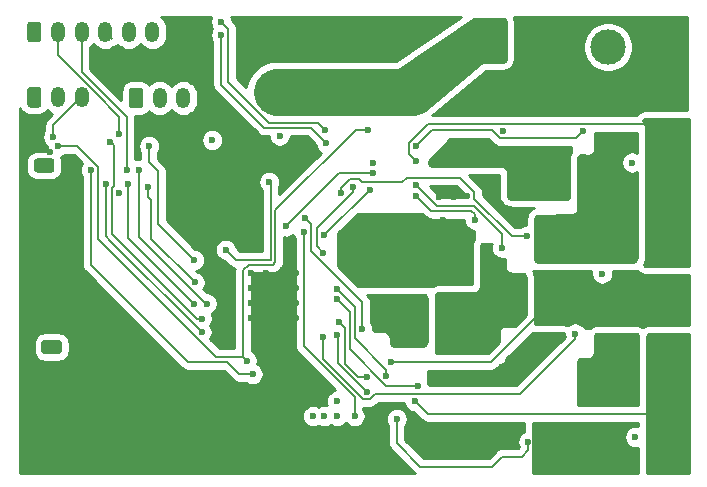
<source format=gbl>
G04 #@! TF.GenerationSoftware,KiCad,Pcbnew,5.1.12-84ad8e8a86~92~ubuntu20.04.1*
G04 #@! TF.CreationDate,2022-01-19T08:39:14+02:00*
G04 #@! TF.ProjectId,opm-inline,6f706d2d-696e-46c6-996e-652e6b696361,rev?*
G04 #@! TF.SameCoordinates,Original*
G04 #@! TF.FileFunction,Copper,L4,Bot*
G04 #@! TF.FilePolarity,Positive*
%FSLAX46Y46*%
G04 Gerber Fmt 4.6, Leading zero omitted, Abs format (unit mm)*
G04 Created by KiCad (PCBNEW 5.1.12-84ad8e8a86~92~ubuntu20.04.1) date 2022-01-19 08:39:14*
%MOMM*%
%LPD*%
G01*
G04 APERTURE LIST*
G04 #@! TA.AperFunction,ComponentPad*
%ADD10R,3.000000X3.000000*%
G04 #@! TD*
G04 #@! TA.AperFunction,ComponentPad*
%ADD11C,3.000000*%
G04 #@! TD*
G04 #@! TA.AperFunction,ComponentPad*
%ADD12O,1.200000X1.750000*%
G04 #@! TD*
G04 #@! TA.AperFunction,ComponentPad*
%ADD13C,1.600000*%
G04 #@! TD*
G04 #@! TA.AperFunction,ComponentPad*
%ADD14O,1.750000X1.200000*%
G04 #@! TD*
G04 #@! TA.AperFunction,ComponentPad*
%ADD15C,0.700000*%
G04 #@! TD*
G04 #@! TA.AperFunction,ComponentPad*
%ADD16C,4.400000*%
G04 #@! TD*
G04 #@! TA.AperFunction,ViaPad*
%ADD17C,0.600000*%
G04 #@! TD*
G04 #@! TA.AperFunction,Conductor*
%ADD18C,4.000000*%
G04 #@! TD*
G04 #@! TA.AperFunction,Conductor*
%ADD19C,0.200000*%
G04 #@! TD*
G04 #@! TA.AperFunction,Conductor*
%ADD20C,0.254000*%
G04 #@! TD*
G04 #@! TA.AperFunction,Conductor*
%ADD21C,0.350000*%
G04 #@! TD*
G04 APERTURE END LIST*
D10*
G04 #@! TO.P,U3,1*
G04 #@! TO.N,/W*
X185420000Y-96520000D03*
D11*
G04 #@! TO.P,U3,2*
G04 #@! TO.N,/V*
X185420000Y-91440000D03*
G04 #@! TO.P,U3,3*
G04 #@! TO.N,/U*
X185420000Y-86360000D03*
G04 #@! TD*
D10*
G04 #@! TO.P,U2,1*
G04 #@! TO.N,GND*
X185547000Y-69850000D03*
D11*
G04 #@! TO.P,U2,2*
G04 #@! TO.N,Net-(D6-Pad2)*
X180467000Y-69850000D03*
G04 #@! TD*
D12*
G04 #@! TO.P,J3,6*
G04 #@! TO.N,/UH*
X141880000Y-68580000D03*
G04 #@! TO.P,J3,5*
G04 #@! TO.N,/UL*
X139880000Y-68580000D03*
G04 #@! TO.P,J3,4*
G04 #@! TO.N,/VH*
X137880000Y-68580000D03*
G04 #@! TO.P,J3,3*
G04 #@! TO.N,/VL*
X135880000Y-68580000D03*
G04 #@! TO.P,J3,2*
G04 #@! TO.N,/WH*
X133880000Y-68580000D03*
G04 #@! TO.P,J3,1*
G04 #@! TO.N,/WL*
G04 #@! TA.AperFunction,ComponentPad*
G36*
G01*
X131280000Y-69205001D02*
X131280000Y-67954999D01*
G75*
G02*
X131529999Y-67705000I249999J0D01*
G01*
X132230001Y-67705000D01*
G75*
G02*
X132480000Y-67954999I0J-249999D01*
G01*
X132480000Y-69205001D01*
G75*
G02*
X132230001Y-69455000I-249999J0D01*
G01*
X131529999Y-69455000D01*
G75*
G02*
X131280000Y-69205001I0J249999D01*
G01*
G37*
G04 #@! TD.AperFunction*
G04 #@! TD*
D13*
G04 #@! TO.P,C16,2*
G04 #@! TO.N,GND*
X152330000Y-68660000D03*
G04 #@! TO.P,C16,1*
G04 #@! TO.N,/+VM*
X152330000Y-73660000D03*
G04 #@! TD*
G04 #@! TO.P,C15,2*
G04 #@! TO.N,GND*
X162918000Y-68660000D03*
G04 #@! TO.P,C15,1*
G04 #@! TO.N,/+VM*
X162918000Y-73660000D03*
G04 #@! TD*
D14*
G04 #@! TO.P,J2,2*
G04 #@! TO.N,GND*
X132715000Y-81883000D03*
G04 #@! TO.P,J2,1*
G04 #@! TO.N,/+VCC_IO*
G04 #@! TA.AperFunction,ComponentPad*
G36*
G01*
X132089999Y-79283000D02*
X133340001Y-79283000D01*
G75*
G02*
X133590000Y-79532999I0J-249999D01*
G01*
X133590000Y-80233001D01*
G75*
G02*
X133340001Y-80483000I-249999J0D01*
G01*
X132089999Y-80483000D01*
G75*
G02*
X131840000Y-80233001I0J249999D01*
G01*
X131840000Y-79532999D01*
G75*
G02*
X132089999Y-79283000I249999J0D01*
G01*
G37*
G04 #@! TD.AperFunction*
G04 #@! TD*
D12*
G04 #@! TO.P,J6,3*
G04 #@! TO.N,/ADC_I_u*
X144494000Y-74168000D03*
G04 #@! TO.P,J6,2*
G04 #@! TO.N,/ADC_I_v*
X142494000Y-74168000D03*
G04 #@! TO.P,J6,1*
G04 #@! TO.N,/ADC_I_w*
G04 #@! TA.AperFunction,ComponentPad*
G36*
G01*
X139894000Y-74793001D02*
X139894000Y-73542999D01*
G75*
G02*
X140143999Y-73293000I249999J0D01*
G01*
X140844001Y-73293000D01*
G75*
G02*
X141094000Y-73542999I0J-249999D01*
G01*
X141094000Y-74793001D01*
G75*
G02*
X140844001Y-75043000I-249999J0D01*
G01*
X140143999Y-75043000D01*
G75*
G02*
X139894000Y-74793001I0J249999D01*
G01*
G37*
G04 #@! TD.AperFunction*
G04 #@! TD*
G04 #@! TO.P,J4,1*
G04 #@! TO.N,/+VCC_IO*
G04 #@! TA.AperFunction,ComponentPad*
G36*
G01*
X132724999Y-94650000D02*
X133975001Y-94650000D01*
G75*
G02*
X134225000Y-94899999I0J-249999D01*
G01*
X134225000Y-95600001D01*
G75*
G02*
X133975001Y-95850000I-249999J0D01*
G01*
X132724999Y-95850000D01*
G75*
G02*
X132475000Y-95600001I0J249999D01*
G01*
X132475000Y-94899999D01*
G75*
G02*
X132724999Y-94650000I249999J0D01*
G01*
G37*
G04 #@! TD.AperFunction*
D14*
G04 #@! TO.P,J4,2*
G04 #@! TO.N,GND*
X133350000Y-97250000D03*
G04 #@! TD*
G04 #@! TO.P,J1,1*
G04 #@! TO.N,/DRV_EN*
G04 #@! TA.AperFunction,ComponentPad*
G36*
G01*
X131280000Y-74735001D02*
X131280000Y-73484999D01*
G75*
G02*
X131529999Y-73235000I249999J0D01*
G01*
X132230001Y-73235000D01*
G75*
G02*
X132480000Y-73484999I0J-249999D01*
G01*
X132480000Y-74735001D01*
G75*
G02*
X132230001Y-74985000I-249999J0D01*
G01*
X131529999Y-74985000D01*
G75*
G02*
X131280000Y-74735001I0J249999D01*
G01*
G37*
G04 #@! TD.AperFunction*
D12*
G04 #@! TO.P,J1,2*
G04 #@! TO.N,/TEMP_PCB*
X133880000Y-74110000D03*
G04 #@! TO.P,J1,3*
G04 #@! TO.N,/FAULT*
X135880000Y-74110000D03*
G04 #@! TD*
D15*
G04 #@! TO.P,H201,1*
G04 #@! TO.N,GND*
X134389726Y-102084274D03*
X133223000Y-101601000D03*
X132056274Y-102084274D03*
X131573000Y-103251000D03*
X132056274Y-104417726D03*
X133223000Y-104901000D03*
X134389726Y-104417726D03*
X134873000Y-103251000D03*
D16*
X133223000Y-103251000D03*
G04 #@! TD*
G04 #@! TO.P,H202,1*
G04 #@! TO.N,GND*
X133223000Y-88519000D03*
D15*
X134873000Y-88519000D03*
X134389726Y-89685726D03*
X133223000Y-90169000D03*
X132056274Y-89685726D03*
X131573000Y-88519000D03*
X132056274Y-87352274D03*
X133223000Y-86869000D03*
X134389726Y-87352274D03*
G04 #@! TD*
D17*
G04 #@! TO.N,/+VM*
X156210000Y-73160000D03*
X158750000Y-73160000D03*
X160020000Y-74430000D03*
X157480000Y-74430000D03*
X154940000Y-74430000D03*
X161290000Y-73160000D03*
X167132000Y-78105000D03*
X168656000Y-77978000D03*
X171577000Y-76962000D03*
X170180000Y-77978000D03*
X171450000Y-78740000D03*
X161925000Y-84963000D03*
X166497000Y-84455000D03*
X161290000Y-87630000D03*
X160655000Y-86106000D03*
X159512000Y-85090000D03*
X164084000Y-84455000D03*
X162560000Y-86360000D03*
X173990000Y-94580000D03*
X168910000Y-98290000D03*
X167640000Y-97790000D03*
X171069000Y-98298000D03*
X169926000Y-97536000D03*
X175006000Y-94580000D03*
X176149000Y-94580000D03*
X166370000Y-98290000D03*
X166497000Y-72390000D03*
X166751000Y-70104000D03*
X164846000Y-71628000D03*
X168275000Y-69088000D03*
X169545000Y-68072000D03*
X157510000Y-99830000D03*
X157510000Y-101100000D03*
X156440000Y-101100000D03*
X155470000Y-101100000D03*
X159385000Y-87630000D03*
X152654000Y-77343000D03*
G04 #@! TO.N,GND*
X139065000Y-82169000D03*
X148844000Y-79756000D03*
X150200000Y-91540000D03*
X154010000Y-90270000D03*
X152740000Y-90270000D03*
X151470000Y-89000000D03*
X150200000Y-90270000D03*
X151470000Y-90270000D03*
X154010000Y-89000000D03*
X152740000Y-89000000D03*
X150200000Y-89000000D03*
X151470000Y-91540000D03*
X152740000Y-91540000D03*
X154010000Y-91540000D03*
X154010000Y-92810000D03*
X152740000Y-92810000D03*
X151470000Y-92810000D03*
X150200000Y-92810000D03*
X182753000Y-102870000D03*
X182499000Y-79629000D03*
X155602000Y-97255000D03*
X160782000Y-92837000D03*
X163068000Y-93091000D03*
X162306000Y-93853000D03*
X162941000Y-94869000D03*
X167386000Y-82550000D03*
X168529000Y-82423000D03*
X170815000Y-82804000D03*
X171450000Y-83566000D03*
X153416000Y-81026000D03*
X135636000Y-85090000D03*
X142748000Y-79502000D03*
X165608000Y-103251000D03*
X167005000Y-103251000D03*
X168275000Y-103251000D03*
X169545000Y-103251000D03*
X170815000Y-103251000D03*
X166116000Y-82550000D03*
X161925000Y-92837000D03*
X164592000Y-101854000D03*
X167259000Y-75184000D03*
X146685000Y-87630000D03*
X144018000Y-82550000D03*
X145415000Y-82550000D03*
X133223000Y-78740000D03*
X146177000Y-97790000D03*
X179959000Y-89027000D03*
G04 #@! TO.N,Net-(C4-Pad1)*
X157861000Y-82169000D03*
X173609000Y-85852000D03*
X181030000Y-85090000D03*
X181030000Y-82550000D03*
X181030000Y-80010000D03*
X181030000Y-77470000D03*
X179760000Y-81280000D03*
X179760000Y-83820000D03*
X179760000Y-86360000D03*
X179800000Y-78740000D03*
G04 #@! TO.N,Net-(C5-Pad2)*
X157480000Y-94234000D03*
X160020000Y-99060000D03*
X180930000Y-96520000D03*
X180930000Y-98933000D03*
X180930000Y-101981000D03*
X180930000Y-104140000D03*
X179470000Y-102870000D03*
X179470000Y-99949000D03*
X179470000Y-97790000D03*
X179470000Y-105410000D03*
X173717000Y-103270000D03*
X162573000Y-101333000D03*
G04 #@! TO.N,Net-(C6-Pad2)*
X161671000Y-97663000D03*
X157480000Y-90297000D03*
G04 #@! TO.N,Net-(C6-Pad1)*
X164338000Y-98552000D03*
X157480000Y-91186000D03*
X171440000Y-88900000D03*
X171440000Y-90170000D03*
X171440000Y-91440000D03*
X171440000Y-92710000D03*
X169100000Y-91070000D03*
X170370000Y-91070000D03*
X167830000Y-91070000D03*
X166560000Y-91070000D03*
G04 #@! TO.N,/W*
X164084000Y-99822000D03*
X186690000Y-100330000D03*
X186690000Y-101600000D03*
X186690000Y-102870000D03*
X186690000Y-104140000D03*
X186690000Y-105410000D03*
X184023000Y-100838000D03*
G04 #@! TO.N,/V*
X162052000Y-96520000D03*
X182880000Y-90170000D03*
X182880000Y-92710000D03*
X178308000Y-91313000D03*
X180594000Y-90805000D03*
X180594000Y-92329000D03*
X174625000Y-92456000D03*
G04 #@! TO.N,/U*
X164211000Y-79502000D03*
X186690000Y-78740000D03*
X186690000Y-80010000D03*
X186690000Y-81280000D03*
X186690000Y-82550000D03*
X186690000Y-77470000D03*
G04 #@! TO.N,Net-(D1-Pad2)*
X147701000Y-68834000D03*
X156591000Y-77978000D03*
G04 #@! TO.N,Net-(D2-Pad2)*
X147701000Y-67691000D03*
X156464000Y-76835000D03*
G04 #@! TO.N,Net-(IC1-Pad3)*
X159004000Y-101092000D03*
X154686000Y-85471000D03*
G04 #@! TO.N,Net-(IC1-Pad4)*
X159639000Y-93726000D03*
X154813000Y-84328000D03*
G04 #@! TO.N,Net-(IC1-Pad5)*
X160528000Y-80518000D03*
X153162000Y-85046736D03*
G04 #@! TO.N,/UH*
X145415000Y-87884000D03*
X141605000Y-78232000D03*
G04 #@! TO.N,/UL*
X145450000Y-89770000D03*
X141478000Y-81661000D03*
G04 #@! TO.N,/VH*
X146484300Y-91567000D03*
X140716000Y-80264000D03*
G04 #@! TO.N,/VL*
X145415000Y-91567000D03*
X139700000Y-80264000D03*
X139827000Y-81407000D03*
G04 #@! TO.N,/WH*
X138303000Y-77851000D03*
X146050000Y-92837000D03*
X139065000Y-77216000D03*
G04 #@! TO.N,/WL*
X146050000Y-93980000D03*
X137922000Y-81407000D03*
G04 #@! TO.N,/DRV_EN*
X150360000Y-97536000D03*
X136652000Y-80264000D03*
G04 #@! TO.N,Net-(IC1-Pad37)*
X156337000Y-94361000D03*
X177673000Y-94107000D03*
G04 #@! TO.N,Net-(IC1-Pad39)*
X160020000Y-97790000D03*
X157680000Y-93164000D03*
G04 #@! TO.N,Net-(IC1-Pad43)*
X156400500Y-85788500D03*
X160274000Y-81915000D03*
G04 #@! TO.N,Net-(IC1-Pad46)*
X160528000Y-79629000D03*
G04 #@! TO.N,Net-(IC1-Pad48)*
X158877000Y-81661000D03*
X156337000Y-87249000D03*
G04 #@! TO.N,Net-(Q1-Pad4)*
X178308000Y-76962000D03*
X164211000Y-78232000D03*
G04 #@! TO.N,Net-(Q2-Pad4)*
X171464000Y-86854000D03*
X164222500Y-81522500D03*
G04 #@! TO.N,Net-(Q5-Pad4)*
X169164000Y-84455000D03*
X164211000Y-82423000D03*
G04 #@! TO.N,/+VCC_IO*
X151765000Y-81280000D03*
X148075751Y-87001249D03*
G04 #@! TO.N,/TEMP_PCB*
X146939000Y-77724000D03*
G04 #@! TO.N,/FAULT*
X160147000Y-76835000D03*
X133477000Y-77470000D03*
X133858000Y-78232000D03*
X149860000Y-96393000D03*
G04 #@! TD*
D18*
G04 #@! TO.N,/+VM*
X152400000Y-73660000D02*
X163830000Y-73660000D01*
D19*
G04 #@! TO.N,Net-(C4-Pad1)*
X157861000Y-81788998D02*
X157861000Y-82169000D01*
X158588999Y-81060999D02*
X157861000Y-81788998D01*
X159604001Y-81314999D02*
X159350001Y-81060999D01*
X163033001Y-81314999D02*
X159604001Y-81314999D01*
X163425501Y-80922499D02*
X163033001Y-81314999D01*
X167916501Y-80922499D02*
X163425501Y-80922499D01*
X169129001Y-82134999D02*
X167916501Y-80922499D01*
X169129001Y-82695003D02*
X169129001Y-82134999D01*
X172285998Y-85852000D02*
X169129001Y-82695003D01*
X159350001Y-81060999D02*
X158588999Y-81060999D01*
X173609000Y-85852000D02*
X172285998Y-85852000D01*
G04 #@! TO.N,Net-(C5-Pad2)*
X157580000Y-96620000D02*
X160020000Y-99060000D01*
X157580000Y-94334000D02*
X157480000Y-94234000D01*
X157580000Y-96620000D02*
X157580000Y-94334000D01*
X173717000Y-103953002D02*
X173717000Y-103270000D01*
X173149002Y-104521000D02*
X173717000Y-103953002D01*
X170649312Y-105390990D02*
X171519302Y-104521000D01*
X164572990Y-105390990D02*
X170649312Y-105390990D01*
X171519302Y-104521000D02*
X173149002Y-104521000D01*
X162573000Y-101333000D02*
X162573000Y-103391000D01*
X162573000Y-103391000D02*
X164572990Y-105390990D01*
G04 #@! TO.N,Net-(C6-Pad2)*
X161671000Y-97155000D02*
X161671000Y-97663000D01*
X159038999Y-94522999D02*
X161671000Y-97155000D01*
X159038999Y-91855999D02*
X159038999Y-94522999D01*
X157480000Y-90297000D02*
X159038999Y-91855999D01*
G04 #@! TO.N,Net-(C6-Pad1)*
X158580011Y-92286011D02*
X157480000Y-91186000D01*
X158580011Y-95460013D02*
X158580011Y-92286011D01*
X161671998Y-98552000D02*
X158580011Y-95460013D01*
X164338000Y-98552000D02*
X161671998Y-98552000D01*
G04 #@! TO.N,/W*
X165192001Y-100930001D02*
X164084000Y-99822000D01*
X183930999Y-100930001D02*
X165192001Y-100930001D01*
X184023000Y-100838000D02*
X183930999Y-100930001D01*
G04 #@! TO.N,/V*
X170561000Y-96520000D02*
X168402000Y-96520000D01*
X174625000Y-92456000D02*
X170561000Y-96520000D01*
X168402000Y-96520000D02*
X162052000Y-96520000D01*
X168518002Y-96520000D02*
X168402000Y-96520000D01*
G04 #@! TO.N,/U*
X163610999Y-78901999D02*
X164211000Y-79502000D01*
X163610999Y-77943999D02*
X163610999Y-78901999D01*
X165192999Y-76361999D02*
X163610999Y-77943999D01*
X185581999Y-76361999D02*
X165192999Y-76361999D01*
X186690000Y-77470000D02*
X185581999Y-76361999D01*
G04 #@! TO.N,Net-(D1-Pad2)*
X155285003Y-76673001D02*
X151349001Y-76673001D01*
X156590002Y-77978000D02*
X155285003Y-76673001D01*
X156591000Y-77978000D02*
X156590002Y-77978000D01*
X147701000Y-73025000D02*
X147701000Y-68834000D01*
X151349001Y-76673001D02*
X147701000Y-73025000D01*
G04 #@! TO.N,Net-(D2-Pad2)*
X148301001Y-68291001D02*
X147701000Y-67691000D01*
X155901991Y-76272991D02*
X151760286Y-76272991D01*
X148301001Y-72813706D02*
X148301001Y-68291001D01*
X151760286Y-76272991D02*
X148301001Y-72813706D01*
X156464000Y-76835000D02*
X155901991Y-76272991D01*
G04 #@! TO.N,Net-(IC1-Pad3)*
X154686000Y-95179700D02*
X154686000Y-85471000D01*
X159004000Y-99497700D02*
X154686000Y-95179700D01*
X159004000Y-101092000D02*
X159004000Y-99497700D01*
G04 #@! TO.N,Net-(IC1-Pad4)*
X158750998Y-90551000D02*
X157607998Y-89408000D01*
X159639000Y-91439002D02*
X158750998Y-90551000D01*
X159639000Y-93726000D02*
X159639000Y-91439002D01*
X155286001Y-84801001D02*
X154813000Y-84328000D01*
X155286001Y-87086003D02*
X155286001Y-84801001D01*
X158750998Y-90551000D02*
X155286001Y-87086003D01*
G04 #@! TO.N,Net-(IC1-Pad5)*
X157690736Y-80518000D02*
X160528000Y-80518000D01*
X153162000Y-85046736D02*
X157690736Y-80518000D01*
G04 #@! TO.N,/UH*
X142367000Y-80390002D02*
X142367000Y-84836000D01*
X141605000Y-79628002D02*
X142367000Y-80390002D01*
X141605000Y-78232000D02*
X141605000Y-79628002D01*
X145415000Y-87884000D02*
X142367000Y-84836000D01*
G04 #@! TO.N,/UL*
X141732000Y-86052000D02*
X141759000Y-86079000D01*
X145450000Y-89770000D02*
X141759000Y-86079000D01*
X141478000Y-82550000D02*
X141732000Y-82804000D01*
X141478000Y-81661000D02*
X141478000Y-82550000D01*
X141732000Y-82804000D02*
X141732000Y-86052000D01*
G04 #@! TO.N,/VH*
X138430000Y-69130000D02*
X137880000Y-68580000D01*
X146300000Y-91690000D02*
X146300000Y-91571998D01*
X146484300Y-91690000D02*
X146300000Y-91690000D01*
X146484300Y-91690000D02*
X144050451Y-89256151D01*
X140716000Y-85921700D02*
X141316150Y-86521850D01*
X140716000Y-80391000D02*
X140716000Y-85921700D01*
X144050451Y-89256151D02*
X141316150Y-86521850D01*
G04 #@! TO.N,/VL*
X139700000Y-75816496D02*
X139700000Y-80264000D01*
X135880000Y-71996496D02*
X139700000Y-75816496D01*
X135880000Y-68580000D02*
X135880000Y-71996496D01*
X139827000Y-85979000D02*
X140081000Y-86233000D01*
X139827000Y-81407000D02*
X139827000Y-85979000D01*
X145415000Y-91567000D02*
X140081000Y-86233000D01*
G04 #@! TO.N,/WH*
X133880000Y-70562194D02*
X133880000Y-68580000D01*
X137322903Y-74005097D02*
X133880000Y-70562194D01*
X137520011Y-74202205D02*
X137322903Y-74005097D01*
X145625736Y-92837000D02*
X146050000Y-92837000D01*
X139065000Y-75747194D02*
X138719903Y-75402097D01*
X139065000Y-77216000D02*
X139065000Y-75747194D01*
X138719903Y-75402097D02*
X137322903Y-74005097D01*
X138811000Y-75493194D02*
X138719903Y-75402097D01*
X138464999Y-81752003D02*
X138464999Y-85676263D01*
X138602999Y-81614003D02*
X138464999Y-81752003D01*
X138602999Y-78150999D02*
X138602999Y-81614003D01*
X138303000Y-77851000D02*
X138602999Y-78150999D01*
X138464999Y-85676263D02*
X138916368Y-86127632D01*
X138916368Y-86127632D02*
X145625736Y-92837000D01*
X138811000Y-86022264D02*
X138916368Y-86127632D01*
G04 #@! TO.N,/WL*
X131880000Y-69127892D02*
X131880000Y-68580000D01*
X146050000Y-93980000D02*
X138303000Y-86233000D01*
X137922000Y-85852000D02*
X138303000Y-86233000D01*
X137922000Y-81407000D02*
X137922000Y-85852000D01*
G04 #@! TO.N,/DRV_EN*
X136652000Y-88282002D02*
X144889998Y-96520000D01*
X136652000Y-80264000D02*
X136652000Y-88282002D01*
X144889998Y-96520000D02*
X148209000Y-96520000D01*
X149225000Y-97536000D02*
X148844000Y-97155000D01*
X150360000Y-97536000D02*
X149225000Y-97536000D01*
X148844000Y-97155000D02*
X148971000Y-97282000D01*
X148209000Y-96520000D02*
X148844000Y-97155000D01*
G04 #@! TO.N,Net-(IC1-Pad37)*
X177673000Y-94531264D02*
X177673000Y-94107000D01*
X172982265Y-99221999D02*
X177673000Y-94531264D01*
X160746003Y-99221999D02*
X172982265Y-99221999D01*
X160308001Y-99660001D02*
X160746003Y-99221999D01*
X159731999Y-99660001D02*
X160308001Y-99660001D01*
X156337000Y-96265002D02*
X159731999Y-99660001D01*
X156337000Y-94361000D02*
X156337000Y-96265002D01*
G04 #@! TO.N,Net-(IC1-Pad39)*
X159315698Y-97790000D02*
X160020000Y-97790000D01*
X158180001Y-96654303D02*
X159315698Y-97790000D01*
X158180001Y-93664001D02*
X157680000Y-93164000D01*
X158180001Y-96654303D02*
X158180001Y-93664001D01*
G04 #@! TO.N,Net-(IC1-Pad43)*
X156400500Y-85788500D02*
X160274000Y-81915000D01*
G04 #@! TO.N,Net-(IC1-Pad48)*
X156337000Y-86995998D02*
X156337000Y-87249000D01*
X155800499Y-86712499D02*
X156337000Y-87249000D01*
X155800499Y-85161765D02*
X155800499Y-86712499D01*
X158877000Y-82085264D02*
X155800499Y-85161765D01*
X158877000Y-81661000D02*
X158877000Y-82085264D01*
G04 #@! TO.N,Net-(Q1-Pad4)*
X171288999Y-77562001D02*
X177707999Y-77562001D01*
X170596997Y-76869999D02*
X171288999Y-77562001D01*
X165573001Y-76869999D02*
X170596997Y-76869999D01*
X177707999Y-77562001D02*
X178308000Y-76962000D01*
X164211000Y-78232000D02*
X165573001Y-76869999D01*
G04 #@! TO.N,Net-(Q2-Pad4)*
X171464000Y-85643998D02*
X169132002Y-83312000D01*
X171464000Y-86854000D02*
X171464000Y-85643998D01*
X166012000Y-83312000D02*
X164222500Y-81522500D01*
X169132002Y-83312000D02*
X166012000Y-83312000D01*
G04 #@! TO.N,Net-(Q5-Pad4)*
X169164000Y-84000998D02*
X169164000Y-84455000D01*
X165507999Y-83719999D02*
X168883001Y-83719999D01*
X168883001Y-83719999D02*
X169164000Y-84000998D01*
X164211000Y-82423000D02*
X165507999Y-83719999D01*
G04 #@! TO.N,/+VCC_IO*
X148958502Y-87884000D02*
X148075751Y-87001249D01*
X151892000Y-87884000D02*
X148958502Y-87884000D01*
X151892000Y-81407000D02*
X151765000Y-81280000D01*
X151892000Y-82042000D02*
X151892000Y-81407000D01*
X151892000Y-81788000D02*
X151892000Y-82042000D01*
X151892000Y-82042000D02*
X151892000Y-87884000D01*
G04 #@! TO.N,/FAULT*
X137252001Y-86070003D02*
X137252001Y-79975999D01*
X147274999Y-96093001D02*
X137252001Y-86070003D01*
X149560001Y-96093001D02*
X147274999Y-96093001D01*
X135880000Y-74110000D02*
X135821000Y-74110000D01*
X133477000Y-76454000D02*
X133477000Y-77470000D01*
X135821000Y-74110000D02*
X133477000Y-76454000D01*
X135508002Y-78232000D02*
X137159501Y-79883499D01*
X133858000Y-78232000D02*
X135508002Y-78232000D01*
X137159501Y-79883499D02*
X136940001Y-79663999D01*
X137252001Y-79975999D02*
X137159501Y-79883499D01*
X149860000Y-96393000D02*
X149560001Y-96093001D01*
X159131000Y-76835000D02*
X160147000Y-76835000D01*
X152292010Y-83673990D02*
X159131000Y-76835000D01*
X152292010Y-88049689D02*
X152292010Y-83673990D01*
X152057689Y-88284010D02*
X152292010Y-88049689D01*
X150027988Y-88284010D02*
X152057689Y-88284010D01*
X149560001Y-88751997D02*
X150027988Y-88284010D01*
X149560001Y-96093001D02*
X149560001Y-88751997D01*
G04 #@! TD*
D20*
G04 #@! TO.N,/W*
X187275001Y-105945000D02*
X183769000Y-105945000D01*
X183769000Y-94389992D01*
X183783866Y-94296129D01*
X183822418Y-94220467D01*
X183882467Y-94160418D01*
X183958129Y-94121866D01*
X184051992Y-94107000D01*
X187275001Y-94107000D01*
X187275001Y-105945000D01*
G04 #@! TA.AperFunction,Conductor*
D21*
G36*
X187275001Y-105945000D02*
G01*
X183769000Y-105945000D01*
X183769000Y-94389992D01*
X183783866Y-94296129D01*
X183822418Y-94220467D01*
X183882467Y-94160418D01*
X183958129Y-94121866D01*
X184051992Y-94107000D01*
X187275001Y-94107000D01*
X187275001Y-105945000D01*
G37*
G04 #@! TD.AperFunction*
G04 #@! TD*
D20*
G04 #@! TO.N,Net-(C5-Pad2)*
X183007000Y-101967207D02*
X182845089Y-101935000D01*
X182660911Y-101935000D01*
X182480271Y-101970932D01*
X182310111Y-102041414D01*
X182156972Y-102143738D01*
X182026738Y-102273972D01*
X181924414Y-102427111D01*
X181853932Y-102597271D01*
X181818000Y-102777911D01*
X181818000Y-102962089D01*
X181853932Y-103142729D01*
X181924414Y-103312889D01*
X182026738Y-103466028D01*
X182156972Y-103596262D01*
X182310111Y-103698586D01*
X182480271Y-103769068D01*
X182660911Y-103805000D01*
X182845089Y-103805000D01*
X183007000Y-103772793D01*
X183007000Y-105889008D01*
X182998132Y-105945000D01*
X174125868Y-105945000D01*
X174117000Y-105889008D01*
X174117000Y-101665001D01*
X183007000Y-101665001D01*
X183007000Y-101967207D01*
G04 #@! TA.AperFunction,Conductor*
D21*
G36*
X183007000Y-101967207D02*
G01*
X182845089Y-101935000D01*
X182660911Y-101935000D01*
X182480271Y-101970932D01*
X182310111Y-102041414D01*
X182156972Y-102143738D01*
X182026738Y-102273972D01*
X181924414Y-102427111D01*
X181853932Y-102597271D01*
X181818000Y-102777911D01*
X181818000Y-102962089D01*
X181853932Y-103142729D01*
X181924414Y-103312889D01*
X182026738Y-103466028D01*
X182156972Y-103596262D01*
X182310111Y-103698586D01*
X182480271Y-103769068D01*
X182660911Y-103805000D01*
X182845089Y-103805000D01*
X183007000Y-103772793D01*
X183007000Y-105889008D01*
X182998132Y-105945000D01*
X174125868Y-105945000D01*
X174117000Y-105889008D01*
X174117000Y-101665001D01*
X183007000Y-101665001D01*
X183007000Y-101967207D01*
G37*
G04 #@! TD.AperFunction*
D20*
X182817871Y-94121866D02*
X182893533Y-94160418D01*
X182953582Y-94220467D01*
X182992134Y-94296129D01*
X183007000Y-94389992D01*
X183007000Y-100195001D01*
X177927000Y-100195001D01*
X177927000Y-96548992D01*
X177941866Y-96455129D01*
X177980418Y-96379467D01*
X178040467Y-96319418D01*
X178116129Y-96280866D01*
X178209992Y-96266000D01*
X178797000Y-96266000D01*
X178816867Y-96264436D01*
X178940474Y-96244859D01*
X178964563Y-96238573D01*
X178978264Y-96232581D01*
X179089771Y-96175765D01*
X179110739Y-96162342D01*
X179121917Y-96152410D01*
X179210410Y-96063917D01*
X179226204Y-96044671D01*
X179233765Y-96031771D01*
X179290581Y-95920264D01*
X179299655Y-95897080D01*
X179302859Y-95882474D01*
X179322436Y-95758867D01*
X179324000Y-95739000D01*
X179324000Y-94389992D01*
X179338866Y-94296129D01*
X179377418Y-94220467D01*
X179437467Y-94160418D01*
X179513129Y-94121866D01*
X179606992Y-94107000D01*
X182724008Y-94107000D01*
X182817871Y-94121866D01*
G04 #@! TA.AperFunction,Conductor*
D21*
G36*
X182817871Y-94121866D02*
G01*
X182893533Y-94160418D01*
X182953582Y-94220467D01*
X182992134Y-94296129D01*
X183007000Y-94389992D01*
X183007000Y-100195001D01*
X177927000Y-100195001D01*
X177927000Y-96548992D01*
X177941866Y-96455129D01*
X177980418Y-96379467D01*
X178040467Y-96319418D01*
X178116129Y-96280866D01*
X178209992Y-96266000D01*
X178797000Y-96266000D01*
X178816867Y-96264436D01*
X178940474Y-96244859D01*
X178964563Y-96238573D01*
X178978264Y-96232581D01*
X179089771Y-96175765D01*
X179110739Y-96162342D01*
X179121917Y-96152410D01*
X179210410Y-96063917D01*
X179226204Y-96044671D01*
X179233765Y-96031771D01*
X179290581Y-95920264D01*
X179299655Y-95897080D01*
X179302859Y-95882474D01*
X179322436Y-95758867D01*
X179324000Y-95739000D01*
X179324000Y-94389992D01*
X179338866Y-94296129D01*
X179377418Y-94220467D01*
X179437467Y-94160418D01*
X179513129Y-94121866D01*
X179606992Y-94107000D01*
X182724008Y-94107000D01*
X182817871Y-94121866D01*
G37*
G04 #@! TD.AperFunction*
G04 #@! TD*
D20*
G04 #@! TO.N,/V*
X179024000Y-88934911D02*
X179024000Y-89119089D01*
X179059932Y-89299729D01*
X179130414Y-89469889D01*
X179232738Y-89623028D01*
X179362972Y-89753262D01*
X179516111Y-89855586D01*
X179686271Y-89926068D01*
X179866911Y-89962000D01*
X180051089Y-89962000D01*
X180231729Y-89926068D01*
X180401889Y-89855586D01*
X180555028Y-89753262D01*
X180685262Y-89623028D01*
X180787586Y-89469889D01*
X180858068Y-89299729D01*
X180894000Y-89119089D01*
X180894000Y-88934911D01*
X180872535Y-88827000D01*
X182913832Y-88827000D01*
X182978569Y-88891476D01*
X183034960Y-88941342D01*
X183139990Y-89008158D01*
X183251942Y-89064802D01*
X183321010Y-89094748D01*
X183441573Y-89125740D01*
X183565566Y-89144916D01*
X183665185Y-89152371D01*
X187275001Y-89137775D01*
X187275001Y-93345000D01*
X184042000Y-93345000D01*
X183942666Y-93352818D01*
X183819059Y-93372395D01*
X183746027Y-93388418D01*
X183630108Y-93433789D01*
X183518601Y-93490605D01*
X183454099Y-93528410D01*
X183389198Y-93581673D01*
X183362240Y-93557718D01*
X183257399Y-93490605D01*
X183145892Y-93433789D01*
X183077389Y-93403825D01*
X182956941Y-93372395D01*
X182833334Y-93352818D01*
X182734000Y-93345000D01*
X179597000Y-93345000D01*
X179497666Y-93352818D01*
X179374059Y-93372395D01*
X179301027Y-93388418D01*
X179185108Y-93433789D01*
X179073601Y-93490605D01*
X179009099Y-93528410D01*
X178912873Y-93607380D01*
X178867253Y-93653000D01*
X178494162Y-93653000D01*
X178399262Y-93510972D01*
X178269028Y-93380738D01*
X178115889Y-93278414D01*
X177945729Y-93207932D01*
X177765089Y-93172000D01*
X177580911Y-93172000D01*
X177400271Y-93207932D01*
X177230111Y-93278414D01*
X177076972Y-93380738D01*
X177071857Y-93385853D01*
X177008098Y-93367782D01*
X176886737Y-93345948D01*
X176789063Y-93336086D01*
X174237880Y-93276756D01*
X174244000Y-93199000D01*
X174244000Y-89300000D01*
X174236182Y-89200666D01*
X174216605Y-89077059D01*
X174200582Y-89004027D01*
X174155211Y-88888108D01*
X174124075Y-88827000D01*
X179045465Y-88827000D01*
X179024000Y-88934911D01*
G04 #@! TA.AperFunction,Conductor*
D21*
G36*
X179024000Y-88934911D02*
G01*
X179024000Y-89119089D01*
X179059932Y-89299729D01*
X179130414Y-89469889D01*
X179232738Y-89623028D01*
X179362972Y-89753262D01*
X179516111Y-89855586D01*
X179686271Y-89926068D01*
X179866911Y-89962000D01*
X180051089Y-89962000D01*
X180231729Y-89926068D01*
X180401889Y-89855586D01*
X180555028Y-89753262D01*
X180685262Y-89623028D01*
X180787586Y-89469889D01*
X180858068Y-89299729D01*
X180894000Y-89119089D01*
X180894000Y-88934911D01*
X180872535Y-88827000D01*
X182913832Y-88827000D01*
X182978569Y-88891476D01*
X183034960Y-88941342D01*
X183139990Y-89008158D01*
X183251942Y-89064802D01*
X183321010Y-89094748D01*
X183441573Y-89125740D01*
X183565566Y-89144916D01*
X183665185Y-89152371D01*
X187275001Y-89137775D01*
X187275001Y-93345000D01*
X184042000Y-93345000D01*
X183942666Y-93352818D01*
X183819059Y-93372395D01*
X183746027Y-93388418D01*
X183630108Y-93433789D01*
X183518601Y-93490605D01*
X183454099Y-93528410D01*
X183389198Y-93581673D01*
X183362240Y-93557718D01*
X183257399Y-93490605D01*
X183145892Y-93433789D01*
X183077389Y-93403825D01*
X182956941Y-93372395D01*
X182833334Y-93352818D01*
X182734000Y-93345000D01*
X179597000Y-93345000D01*
X179497666Y-93352818D01*
X179374059Y-93372395D01*
X179301027Y-93388418D01*
X179185108Y-93433789D01*
X179073601Y-93490605D01*
X179009099Y-93528410D01*
X178912873Y-93607380D01*
X178867253Y-93653000D01*
X178494162Y-93653000D01*
X178399262Y-93510972D01*
X178269028Y-93380738D01*
X178115889Y-93278414D01*
X177945729Y-93207932D01*
X177765089Y-93172000D01*
X177580911Y-93172000D01*
X177400271Y-93207932D01*
X177230111Y-93278414D01*
X177076972Y-93380738D01*
X177071857Y-93385853D01*
X177008098Y-93367782D01*
X176886737Y-93345948D01*
X176789063Y-93336086D01*
X174237880Y-93276756D01*
X174244000Y-93199000D01*
X174244000Y-89300000D01*
X174236182Y-89200666D01*
X174216605Y-89077059D01*
X174200582Y-89004027D01*
X174155211Y-88888108D01*
X174124075Y-88827000D01*
X179045465Y-88827000D01*
X179024000Y-88934911D01*
G37*
G04 #@! TD.AperFunction*
G04 #@! TD*
D20*
G04 #@! TO.N,/U*
X187275001Y-88375769D02*
X183672124Y-88390336D01*
X183577963Y-88375774D01*
X183502005Y-88337342D01*
X183470176Y-88305641D01*
X183496689Y-88264564D01*
X183553730Y-88153648D01*
X183583713Y-88085894D01*
X183615725Y-87965598D01*
X183635830Y-87842506D01*
X183644125Y-87743552D01*
X183702834Y-76798916D01*
X183695497Y-76699202D01*
X183676452Y-76575083D01*
X183660599Y-76501321D01*
X183615665Y-76385232D01*
X183559077Y-76273134D01*
X183521139Y-76207925D01*
X183442427Y-76111488D01*
X183423666Y-76092626D01*
X183441155Y-76058199D01*
X183500927Y-75998186D01*
X183576291Y-75959517D01*
X183669863Y-75944348D01*
X187275000Y-75929771D01*
X187275001Y-88375769D01*
G04 #@! TA.AperFunction,Conductor*
D21*
G36*
X187275001Y-88375769D02*
G01*
X183672124Y-88390336D01*
X183577963Y-88375774D01*
X183502005Y-88337342D01*
X183470176Y-88305641D01*
X183496689Y-88264564D01*
X183553730Y-88153648D01*
X183583713Y-88085894D01*
X183615725Y-87965598D01*
X183635830Y-87842506D01*
X183644125Y-87743552D01*
X183702834Y-76798916D01*
X183695497Y-76699202D01*
X183676452Y-76575083D01*
X183660599Y-76501321D01*
X183615665Y-76385232D01*
X183559077Y-76273134D01*
X183521139Y-76207925D01*
X183442427Y-76111488D01*
X183423666Y-76092626D01*
X183441155Y-76058199D01*
X183500927Y-75998186D01*
X183576291Y-75959517D01*
X183669863Y-75944348D01*
X187275000Y-75929771D01*
X187275001Y-88375769D01*
G37*
G04 #@! TD.AperFunction*
G04 #@! TD*
D20*
G04 #@! TO.N,Net-(C4-Pad1)*
X182930113Y-78795536D02*
X182771729Y-78729932D01*
X182591089Y-78694000D01*
X182406911Y-78694000D01*
X182226271Y-78729932D01*
X182056111Y-78800414D01*
X181902972Y-78902738D01*
X181772738Y-79032972D01*
X181670414Y-79186111D01*
X181599932Y-79356271D01*
X181564000Y-79536911D01*
X181564000Y-79721089D01*
X181599932Y-79901729D01*
X181670414Y-80071889D01*
X181772738Y-80225028D01*
X181902972Y-80355262D01*
X182056111Y-80457586D01*
X182226271Y-80528068D01*
X182406911Y-80564000D01*
X182591089Y-80564000D01*
X182771729Y-80528068D01*
X182921151Y-80466176D01*
X182882189Y-87729504D01*
X182866921Y-87822983D01*
X182828216Y-87898245D01*
X182768209Y-87957932D01*
X182692739Y-87996233D01*
X182599179Y-88011000D01*
X174533250Y-88011000D01*
X174438505Y-87995845D01*
X174362301Y-87956576D01*
X174302150Y-87895500D01*
X174264048Y-87818703D01*
X174250342Y-87723736D01*
X174300929Y-84411819D01*
X174316577Y-84320108D01*
X174354703Y-84246231D01*
X174413400Y-84187354D01*
X174487161Y-84149001D01*
X174578818Y-84133075D01*
X177409660Y-84081178D01*
X177429266Y-84079291D01*
X177551106Y-84057927D01*
X177575089Y-84051244D01*
X177588276Y-84045244D01*
X177697763Y-83987676D01*
X177718557Y-83973985D01*
X177729281Y-83964243D01*
X177815944Y-83875977D01*
X177831561Y-83856588D01*
X177838795Y-83844034D01*
X177894346Y-83733510D01*
X177903293Y-83710277D01*
X177906346Y-83696114D01*
X177925473Y-83573903D01*
X177927000Y-83554266D01*
X177927000Y-79295881D01*
X177942729Y-79199410D01*
X177983429Y-79122154D01*
X178046561Y-79061826D01*
X178125586Y-79024676D01*
X178222674Y-79013344D01*
X178836070Y-79041225D01*
X178856561Y-79040500D01*
X178984428Y-79025575D01*
X179008754Y-79020278D01*
X179023734Y-79014365D01*
X179140238Y-78959597D01*
X179161622Y-78946848D01*
X179173948Y-78936482D01*
X179267022Y-78847543D01*
X179283249Y-78828662D01*
X179291644Y-78814917D01*
X179351646Y-78701020D01*
X179361035Y-78677962D01*
X179364629Y-78662264D01*
X179385345Y-78535206D01*
X179387000Y-78514769D01*
X179387000Y-77096999D01*
X182939224Y-77096999D01*
X182930113Y-78795536D01*
G04 #@! TA.AperFunction,Conductor*
D21*
G36*
X182930113Y-78795536D02*
G01*
X182771729Y-78729932D01*
X182591089Y-78694000D01*
X182406911Y-78694000D01*
X182226271Y-78729932D01*
X182056111Y-78800414D01*
X181902972Y-78902738D01*
X181772738Y-79032972D01*
X181670414Y-79186111D01*
X181599932Y-79356271D01*
X181564000Y-79536911D01*
X181564000Y-79721089D01*
X181599932Y-79901729D01*
X181670414Y-80071889D01*
X181772738Y-80225028D01*
X181902972Y-80355262D01*
X182056111Y-80457586D01*
X182226271Y-80528068D01*
X182406911Y-80564000D01*
X182591089Y-80564000D01*
X182771729Y-80528068D01*
X182921151Y-80466176D01*
X182882189Y-87729504D01*
X182866921Y-87822983D01*
X182828216Y-87898245D01*
X182768209Y-87957932D01*
X182692739Y-87996233D01*
X182599179Y-88011000D01*
X174533250Y-88011000D01*
X174438505Y-87995845D01*
X174362301Y-87956576D01*
X174302150Y-87895500D01*
X174264048Y-87818703D01*
X174250342Y-87723736D01*
X174300929Y-84411819D01*
X174316577Y-84320108D01*
X174354703Y-84246231D01*
X174413400Y-84187354D01*
X174487161Y-84149001D01*
X174578818Y-84133075D01*
X177409660Y-84081178D01*
X177429266Y-84079291D01*
X177551106Y-84057927D01*
X177575089Y-84051244D01*
X177588276Y-84045244D01*
X177697763Y-83987676D01*
X177718557Y-83973985D01*
X177729281Y-83964243D01*
X177815944Y-83875977D01*
X177831561Y-83856588D01*
X177838795Y-83844034D01*
X177894346Y-83733510D01*
X177903293Y-83710277D01*
X177906346Y-83696114D01*
X177925473Y-83573903D01*
X177927000Y-83554266D01*
X177927000Y-79295881D01*
X177942729Y-79199410D01*
X177983429Y-79122154D01*
X178046561Y-79061826D01*
X178125586Y-79024676D01*
X178222674Y-79013344D01*
X178836070Y-79041225D01*
X178856561Y-79040500D01*
X178984428Y-79025575D01*
X179008754Y-79020278D01*
X179023734Y-79014365D01*
X179140238Y-78959597D01*
X179161622Y-78946848D01*
X179173948Y-78936482D01*
X179267022Y-78847543D01*
X179283249Y-78828662D01*
X179291644Y-78814917D01*
X179351646Y-78701020D01*
X179361035Y-78677962D01*
X179364629Y-78662264D01*
X179385345Y-78535206D01*
X179387000Y-78514769D01*
X179387000Y-77096999D01*
X182939224Y-77096999D01*
X182930113Y-78795536D01*
G37*
G04 #@! TD.AperFunction*
G04 #@! TD*
D20*
G04 #@! TO.N,/+VM*
X170743745Y-78056194D02*
X170766761Y-78084239D01*
X170794805Y-78107254D01*
X170878679Y-78176088D01*
X171006365Y-78244338D01*
X171144914Y-78286366D01*
X171288999Y-78300557D01*
X171325104Y-78297001D01*
X177292000Y-78297001D01*
X177292000Y-78799753D01*
X177258907Y-78862571D01*
X177225969Y-78936049D01*
X177193992Y-79056354D01*
X177173276Y-79183412D01*
X177165000Y-79285595D01*
X177165000Y-82630477D01*
X177102871Y-82662134D01*
X177009008Y-82677000D01*
X172240992Y-82677000D01*
X172147129Y-82662134D01*
X172071467Y-82623582D01*
X172011418Y-82563533D01*
X171972866Y-82487871D01*
X171958000Y-82394008D01*
X171958000Y-80410000D01*
X171956436Y-80390133D01*
X171936859Y-80266526D01*
X171930573Y-80242437D01*
X171924581Y-80228736D01*
X171867765Y-80117229D01*
X171854342Y-80096261D01*
X171844410Y-80085083D01*
X171755917Y-79996590D01*
X171736671Y-79980796D01*
X171723771Y-79973235D01*
X171612264Y-79916419D01*
X171589080Y-79907345D01*
X171574474Y-79904141D01*
X171450867Y-79884564D01*
X171431000Y-79883000D01*
X165544857Y-79883000D01*
X165445292Y-79866211D01*
X165366196Y-79822884D01*
X165305677Y-79756012D01*
X165270435Y-79672997D01*
X165264364Y-79583014D01*
X165288134Y-79496015D01*
X165345212Y-79412728D01*
X167090606Y-77604999D01*
X170292551Y-77604999D01*
X170743745Y-78056194D01*
G04 #@! TA.AperFunction,Conductor*
D21*
G36*
X170743745Y-78056194D02*
G01*
X170766761Y-78084239D01*
X170794805Y-78107254D01*
X170878679Y-78176088D01*
X171006365Y-78244338D01*
X171144914Y-78286366D01*
X171288999Y-78300557D01*
X171325104Y-78297001D01*
X177292000Y-78297001D01*
X177292000Y-78799753D01*
X177258907Y-78862571D01*
X177225969Y-78936049D01*
X177193992Y-79056354D01*
X177173276Y-79183412D01*
X177165000Y-79285595D01*
X177165000Y-82630477D01*
X177102871Y-82662134D01*
X177009008Y-82677000D01*
X172240992Y-82677000D01*
X172147129Y-82662134D01*
X172071467Y-82623582D01*
X172011418Y-82563533D01*
X171972866Y-82487871D01*
X171958000Y-82394008D01*
X171958000Y-80410000D01*
X171956436Y-80390133D01*
X171936859Y-80266526D01*
X171930573Y-80242437D01*
X171924581Y-80228736D01*
X171867765Y-80117229D01*
X171854342Y-80096261D01*
X171844410Y-80085083D01*
X171755917Y-79996590D01*
X171736671Y-79980796D01*
X171723771Y-79973235D01*
X171612264Y-79916419D01*
X171589080Y-79907345D01*
X171574474Y-79904141D01*
X171450867Y-79884564D01*
X171431000Y-79883000D01*
X165544857Y-79883000D01*
X165445292Y-79866211D01*
X165366196Y-79822884D01*
X165305677Y-79756012D01*
X165270435Y-79672997D01*
X165264364Y-79583014D01*
X165288134Y-79496015D01*
X165345212Y-79412728D01*
X167090606Y-77604999D01*
X170292551Y-77604999D01*
X170743745Y-78056194D01*
G37*
G04 #@! TD.AperFunction*
G04 #@! TD*
D20*
G04 #@! TO.N,/+VM*
X171612691Y-67451866D02*
X171688353Y-67490418D01*
X171748402Y-67550467D01*
X171786954Y-67626129D01*
X171801820Y-67719992D01*
X171801820Y-70837008D01*
X171786954Y-70930871D01*
X171748402Y-71006533D01*
X171688353Y-71066582D01*
X171612691Y-71105134D01*
X171518828Y-71120000D01*
X170040524Y-71120000D01*
X170018732Y-71121884D01*
X169883491Y-71145440D01*
X169859500Y-71152095D01*
X169842471Y-71160176D01*
X169723159Y-71228071D01*
X169705150Y-71240487D01*
X164943784Y-75168613D01*
X164869130Y-75213935D01*
X164793631Y-75233798D01*
X164715599Y-75231370D01*
X164632683Y-75203942D01*
X162502820Y-74139011D01*
X162432494Y-74090407D01*
X162384212Y-74031172D01*
X162350789Y-73952489D01*
X161967608Y-72515559D01*
X161957718Y-72422323D01*
X161974705Y-72340287D01*
X162015898Y-72267337D01*
X162084695Y-72203643D01*
X169096654Y-67488705D01*
X169177575Y-67450215D01*
X169266214Y-67437000D01*
X171518828Y-67437000D01*
X171612691Y-67451866D01*
G04 #@! TA.AperFunction,Conductor*
D21*
G36*
X171612691Y-67451866D02*
G01*
X171688353Y-67490418D01*
X171748402Y-67550467D01*
X171786954Y-67626129D01*
X171801820Y-67719992D01*
X171801820Y-70837008D01*
X171786954Y-70930871D01*
X171748402Y-71006533D01*
X171688353Y-71066582D01*
X171612691Y-71105134D01*
X171518828Y-71120000D01*
X170040524Y-71120000D01*
X170018732Y-71121884D01*
X169883491Y-71145440D01*
X169859500Y-71152095D01*
X169842471Y-71160176D01*
X169723159Y-71228071D01*
X169705150Y-71240487D01*
X164943784Y-75168613D01*
X164869130Y-75213935D01*
X164793631Y-75233798D01*
X164715599Y-75231370D01*
X164632683Y-75203942D01*
X162502820Y-74139011D01*
X162432494Y-74090407D01*
X162384212Y-74031172D01*
X162350789Y-73952489D01*
X161967608Y-72515559D01*
X161957718Y-72422323D01*
X161974705Y-72340287D01*
X162015898Y-72267337D01*
X162084695Y-72203643D01*
X169096654Y-67488705D01*
X169177575Y-67450215D01*
X169266214Y-67437000D01*
X171518828Y-67437000D01*
X171612691Y-67451866D01*
G37*
G04 #@! TD.AperFunction*
G04 #@! TD*
D20*
G04 #@! TO.N,GND*
X130709528Y-75074851D02*
X130791595Y-75228387D01*
X130902038Y-75362962D01*
X131036613Y-75473405D01*
X131190149Y-75555472D01*
X131356745Y-75606008D01*
X131529999Y-75623072D01*
X132230001Y-75623072D01*
X132403255Y-75606008D01*
X132569851Y-75555472D01*
X132723387Y-75473405D01*
X132857962Y-75362962D01*
X132968405Y-75228387D01*
X132970810Y-75223888D01*
X133002499Y-75262502D01*
X133190552Y-75416833D01*
X133375737Y-75515816D01*
X132982808Y-75908746D01*
X132954762Y-75931763D01*
X132862913Y-76043681D01*
X132794663Y-76171368D01*
X132775137Y-76235738D01*
X132752635Y-76309915D01*
X132738444Y-76454000D01*
X132742000Y-76490106D01*
X132742000Y-76887049D01*
X132648414Y-77027111D01*
X132577932Y-77197271D01*
X132542000Y-77377911D01*
X132542000Y-77562089D01*
X132577932Y-77742729D01*
X132648414Y-77912889D01*
X132750738Y-78066028D01*
X132880972Y-78196262D01*
X132923000Y-78224344D01*
X132923000Y-78324089D01*
X132958932Y-78504729D01*
X133017004Y-78644928D01*
X132089999Y-78644928D01*
X131916745Y-78661992D01*
X131750149Y-78712528D01*
X131596613Y-78794595D01*
X131462038Y-78905038D01*
X131351595Y-79039613D01*
X131269528Y-79193149D01*
X131218992Y-79359745D01*
X131201928Y-79532999D01*
X131201928Y-80233001D01*
X131218992Y-80406255D01*
X131269528Y-80572851D01*
X131351595Y-80726387D01*
X131462038Y-80860962D01*
X131596613Y-80971405D01*
X131750149Y-81053472D01*
X131916745Y-81104008D01*
X132089999Y-81121072D01*
X133340001Y-81121072D01*
X133513255Y-81104008D01*
X133679851Y-81053472D01*
X133833387Y-80971405D01*
X133967962Y-80860962D01*
X134078405Y-80726387D01*
X134160472Y-80572851D01*
X134211008Y-80406255D01*
X134228072Y-80233001D01*
X134228072Y-79532999D01*
X134211008Y-79359745D01*
X134160472Y-79193149D01*
X134127620Y-79131687D01*
X134130729Y-79131068D01*
X134300889Y-79060586D01*
X134440951Y-78967000D01*
X135203556Y-78967000D01*
X135917242Y-79680687D01*
X135823414Y-79821111D01*
X135752932Y-79991271D01*
X135717000Y-80171911D01*
X135717000Y-80356089D01*
X135752932Y-80536729D01*
X135823414Y-80706889D01*
X135917000Y-80846951D01*
X135917001Y-88245887D01*
X135913444Y-88282002D01*
X135927635Y-88426087D01*
X135958363Y-88527380D01*
X135969664Y-88564635D01*
X136037914Y-88692322D01*
X136129763Y-88804240D01*
X136157808Y-88827256D01*
X144344744Y-97014193D01*
X144367760Y-97042238D01*
X144479678Y-97134087D01*
X144607365Y-97202337D01*
X144745913Y-97244365D01*
X144853893Y-97255000D01*
X144853902Y-97255000D01*
X144889997Y-97258555D01*
X144926092Y-97255000D01*
X147904554Y-97255000D01*
X148349806Y-97700253D01*
X148349812Y-97700258D01*
X148679741Y-98030187D01*
X148702762Y-98058238D01*
X148814680Y-98150087D01*
X148942367Y-98218337D01*
X149080915Y-98260365D01*
X149188895Y-98271000D01*
X149188904Y-98271000D01*
X149224999Y-98274555D01*
X149261094Y-98271000D01*
X149777049Y-98271000D01*
X149917111Y-98364586D01*
X150087271Y-98435068D01*
X150267911Y-98471000D01*
X150452089Y-98471000D01*
X150632729Y-98435068D01*
X150802889Y-98364586D01*
X150956028Y-98262262D01*
X151086262Y-98132028D01*
X151188586Y-97978889D01*
X151259068Y-97808729D01*
X151295000Y-97628089D01*
X151295000Y-97443911D01*
X151259068Y-97263271D01*
X151188586Y-97093111D01*
X151086262Y-96939972D01*
X150956028Y-96809738D01*
X150802889Y-96707414D01*
X150750748Y-96685816D01*
X150759068Y-96665729D01*
X150795000Y-96485089D01*
X150795000Y-96300911D01*
X150759068Y-96120271D01*
X150688586Y-95950111D01*
X150586262Y-95796972D01*
X150456028Y-95666738D01*
X150302889Y-95564414D01*
X150295001Y-95561147D01*
X150295001Y-89056443D01*
X150332434Y-89019010D01*
X152021584Y-89019010D01*
X152057689Y-89022566D01*
X152093794Y-89019010D01*
X152201774Y-89008375D01*
X152340322Y-88966347D01*
X152468009Y-88898097D01*
X152579927Y-88806248D01*
X152602948Y-88778197D01*
X152786202Y-88594943D01*
X152814247Y-88571927D01*
X152906097Y-88460009D01*
X152974347Y-88332322D01*
X153016375Y-88193774D01*
X153027010Y-88085794D01*
X153027010Y-88085793D01*
X153030566Y-88049689D01*
X153027010Y-88013584D01*
X153027010Y-85973202D01*
X153069911Y-85981736D01*
X153254089Y-85981736D01*
X153434729Y-85945804D01*
X153604889Y-85875322D01*
X153758028Y-85772998D01*
X153787039Y-85743987D01*
X153857414Y-85913889D01*
X153951001Y-86053952D01*
X153951000Y-95143595D01*
X153947444Y-95179700D01*
X153959909Y-95306262D01*
X153961635Y-95323784D01*
X154003663Y-95462332D01*
X154071913Y-95590019D01*
X154163762Y-95701937D01*
X154191808Y-95724954D01*
X157371154Y-98904301D01*
X157237271Y-98930932D01*
X157067111Y-99001414D01*
X156913972Y-99103738D01*
X156783738Y-99233972D01*
X156681414Y-99387111D01*
X156610932Y-99557271D01*
X156575000Y-99737911D01*
X156575000Y-99922089D01*
X156610932Y-100102729D01*
X156646121Y-100187683D01*
X156532089Y-100165000D01*
X156347911Y-100165000D01*
X156167271Y-100200932D01*
X155997111Y-100271414D01*
X155955000Y-100299552D01*
X155912889Y-100271414D01*
X155742729Y-100200932D01*
X155562089Y-100165000D01*
X155377911Y-100165000D01*
X155197271Y-100200932D01*
X155027111Y-100271414D01*
X154873972Y-100373738D01*
X154743738Y-100503972D01*
X154641414Y-100657111D01*
X154570932Y-100827271D01*
X154535000Y-101007911D01*
X154535000Y-101192089D01*
X154570932Y-101372729D01*
X154641414Y-101542889D01*
X154743738Y-101696028D01*
X154873972Y-101826262D01*
X155027111Y-101928586D01*
X155197271Y-101999068D01*
X155377911Y-102035000D01*
X155562089Y-102035000D01*
X155742729Y-101999068D01*
X155912889Y-101928586D01*
X155955000Y-101900448D01*
X155997111Y-101928586D01*
X156167271Y-101999068D01*
X156347911Y-102035000D01*
X156532089Y-102035000D01*
X156712729Y-101999068D01*
X156882889Y-101928586D01*
X156975000Y-101867040D01*
X157067111Y-101928586D01*
X157237271Y-101999068D01*
X157417911Y-102035000D01*
X157602089Y-102035000D01*
X157782729Y-101999068D01*
X157952889Y-101928586D01*
X158106028Y-101826262D01*
X158236262Y-101696028D01*
X158259673Y-101660991D01*
X158277738Y-101688028D01*
X158407972Y-101818262D01*
X158561111Y-101920586D01*
X158731271Y-101991068D01*
X158911911Y-102027000D01*
X159096089Y-102027000D01*
X159276729Y-101991068D01*
X159446889Y-101920586D01*
X159600028Y-101818262D01*
X159730262Y-101688028D01*
X159832586Y-101534889D01*
X159903068Y-101364729D01*
X159939000Y-101184089D01*
X159939000Y-100999911D01*
X159903068Y-100819271D01*
X159832586Y-100649111D01*
X159739000Y-100509049D01*
X159739000Y-100397867D01*
X159768104Y-100395001D01*
X160271896Y-100395001D01*
X160308001Y-100398557D01*
X160344106Y-100395001D01*
X160452086Y-100384366D01*
X160590634Y-100342338D01*
X160718321Y-100274088D01*
X160830239Y-100182239D01*
X160853260Y-100154188D01*
X161050449Y-99956999D01*
X163157535Y-99956999D01*
X163184932Y-100094729D01*
X163255414Y-100264889D01*
X163357738Y-100418028D01*
X163487972Y-100548262D01*
X163641111Y-100650586D01*
X163811271Y-100721068D01*
X163976485Y-100753932D01*
X164646747Y-101424194D01*
X164669763Y-101452239D01*
X164781681Y-101544088D01*
X164909368Y-101612338D01*
X165005887Y-101641617D01*
X165047915Y-101654366D01*
X165192000Y-101668557D01*
X165228105Y-101665001D01*
X173355000Y-101665001D01*
X173355000Y-102407909D01*
X173274111Y-102441414D01*
X173120972Y-102543738D01*
X172990738Y-102673972D01*
X172888414Y-102827111D01*
X172817932Y-102997271D01*
X172782000Y-103177911D01*
X172782000Y-103362089D01*
X172817932Y-103542729D01*
X172888414Y-103712889D01*
X172900131Y-103730425D01*
X172844556Y-103786000D01*
X171555407Y-103786000D01*
X171519302Y-103782444D01*
X171375217Y-103796635D01*
X171236668Y-103838663D01*
X171183147Y-103867271D01*
X171108982Y-103906913D01*
X170997064Y-103998762D01*
X170974048Y-104026807D01*
X170344866Y-104655990D01*
X164877437Y-104655990D01*
X163308000Y-103086554D01*
X163308000Y-101915951D01*
X163401586Y-101775889D01*
X163472068Y-101605729D01*
X163508000Y-101425089D01*
X163508000Y-101240911D01*
X163472068Y-101060271D01*
X163401586Y-100890111D01*
X163299262Y-100736972D01*
X163169028Y-100606738D01*
X163015889Y-100504414D01*
X162845729Y-100433932D01*
X162665089Y-100398000D01*
X162480911Y-100398000D01*
X162300271Y-100433932D01*
X162130111Y-100504414D01*
X161976972Y-100606738D01*
X161846738Y-100736972D01*
X161744414Y-100890111D01*
X161673932Y-101060271D01*
X161638000Y-101240911D01*
X161638000Y-101425089D01*
X161673932Y-101605729D01*
X161744414Y-101775889D01*
X161838000Y-101915951D01*
X161838001Y-103354885D01*
X161834444Y-103391000D01*
X161848635Y-103535085D01*
X161889674Y-103670369D01*
X161890664Y-103673633D01*
X161958914Y-103801320D01*
X162050763Y-103913238D01*
X162078808Y-103936254D01*
X164027736Y-105885183D01*
X164050752Y-105913228D01*
X164089466Y-105945000D01*
X130695000Y-105945000D01*
X130695000Y-94899999D01*
X131836928Y-94899999D01*
X131836928Y-95600001D01*
X131853992Y-95773255D01*
X131904528Y-95939851D01*
X131986595Y-96093387D01*
X132097038Y-96227962D01*
X132231613Y-96338405D01*
X132385149Y-96420472D01*
X132551745Y-96471008D01*
X132724999Y-96488072D01*
X133975001Y-96488072D01*
X134148255Y-96471008D01*
X134314851Y-96420472D01*
X134468387Y-96338405D01*
X134602962Y-96227962D01*
X134713405Y-96093387D01*
X134795472Y-95939851D01*
X134846008Y-95773255D01*
X134863072Y-95600001D01*
X134863072Y-94899999D01*
X134846008Y-94726745D01*
X134795472Y-94560149D01*
X134713405Y-94406613D01*
X134602962Y-94272038D01*
X134468387Y-94161595D01*
X134314851Y-94079528D01*
X134148255Y-94028992D01*
X133975001Y-94011928D01*
X132724999Y-94011928D01*
X132551745Y-94028992D01*
X132385149Y-94079528D01*
X132231613Y-94161595D01*
X132097038Y-94272038D01*
X131986595Y-94406613D01*
X131904528Y-94560149D01*
X131853992Y-94726745D01*
X131836928Y-94899999D01*
X130695000Y-94899999D01*
X130695000Y-75026958D01*
X130709528Y-75074851D01*
G04 #@! TA.AperFunction,Conductor*
D21*
G36*
X130709528Y-75074851D02*
G01*
X130791595Y-75228387D01*
X130902038Y-75362962D01*
X131036613Y-75473405D01*
X131190149Y-75555472D01*
X131356745Y-75606008D01*
X131529999Y-75623072D01*
X132230001Y-75623072D01*
X132403255Y-75606008D01*
X132569851Y-75555472D01*
X132723387Y-75473405D01*
X132857962Y-75362962D01*
X132968405Y-75228387D01*
X132970810Y-75223888D01*
X133002499Y-75262502D01*
X133190552Y-75416833D01*
X133375737Y-75515816D01*
X132982808Y-75908746D01*
X132954762Y-75931763D01*
X132862913Y-76043681D01*
X132794663Y-76171368D01*
X132775137Y-76235738D01*
X132752635Y-76309915D01*
X132738444Y-76454000D01*
X132742000Y-76490106D01*
X132742000Y-76887049D01*
X132648414Y-77027111D01*
X132577932Y-77197271D01*
X132542000Y-77377911D01*
X132542000Y-77562089D01*
X132577932Y-77742729D01*
X132648414Y-77912889D01*
X132750738Y-78066028D01*
X132880972Y-78196262D01*
X132923000Y-78224344D01*
X132923000Y-78324089D01*
X132958932Y-78504729D01*
X133017004Y-78644928D01*
X132089999Y-78644928D01*
X131916745Y-78661992D01*
X131750149Y-78712528D01*
X131596613Y-78794595D01*
X131462038Y-78905038D01*
X131351595Y-79039613D01*
X131269528Y-79193149D01*
X131218992Y-79359745D01*
X131201928Y-79532999D01*
X131201928Y-80233001D01*
X131218992Y-80406255D01*
X131269528Y-80572851D01*
X131351595Y-80726387D01*
X131462038Y-80860962D01*
X131596613Y-80971405D01*
X131750149Y-81053472D01*
X131916745Y-81104008D01*
X132089999Y-81121072D01*
X133340001Y-81121072D01*
X133513255Y-81104008D01*
X133679851Y-81053472D01*
X133833387Y-80971405D01*
X133967962Y-80860962D01*
X134078405Y-80726387D01*
X134160472Y-80572851D01*
X134211008Y-80406255D01*
X134228072Y-80233001D01*
X134228072Y-79532999D01*
X134211008Y-79359745D01*
X134160472Y-79193149D01*
X134127620Y-79131687D01*
X134130729Y-79131068D01*
X134300889Y-79060586D01*
X134440951Y-78967000D01*
X135203556Y-78967000D01*
X135917242Y-79680687D01*
X135823414Y-79821111D01*
X135752932Y-79991271D01*
X135717000Y-80171911D01*
X135717000Y-80356089D01*
X135752932Y-80536729D01*
X135823414Y-80706889D01*
X135917000Y-80846951D01*
X135917001Y-88245887D01*
X135913444Y-88282002D01*
X135927635Y-88426087D01*
X135958363Y-88527380D01*
X135969664Y-88564635D01*
X136037914Y-88692322D01*
X136129763Y-88804240D01*
X136157808Y-88827256D01*
X144344744Y-97014193D01*
X144367760Y-97042238D01*
X144479678Y-97134087D01*
X144607365Y-97202337D01*
X144745913Y-97244365D01*
X144853893Y-97255000D01*
X144853902Y-97255000D01*
X144889997Y-97258555D01*
X144926092Y-97255000D01*
X147904554Y-97255000D01*
X148349806Y-97700253D01*
X148349812Y-97700258D01*
X148679741Y-98030187D01*
X148702762Y-98058238D01*
X148814680Y-98150087D01*
X148942367Y-98218337D01*
X149080915Y-98260365D01*
X149188895Y-98271000D01*
X149188904Y-98271000D01*
X149224999Y-98274555D01*
X149261094Y-98271000D01*
X149777049Y-98271000D01*
X149917111Y-98364586D01*
X150087271Y-98435068D01*
X150267911Y-98471000D01*
X150452089Y-98471000D01*
X150632729Y-98435068D01*
X150802889Y-98364586D01*
X150956028Y-98262262D01*
X151086262Y-98132028D01*
X151188586Y-97978889D01*
X151259068Y-97808729D01*
X151295000Y-97628089D01*
X151295000Y-97443911D01*
X151259068Y-97263271D01*
X151188586Y-97093111D01*
X151086262Y-96939972D01*
X150956028Y-96809738D01*
X150802889Y-96707414D01*
X150750748Y-96685816D01*
X150759068Y-96665729D01*
X150795000Y-96485089D01*
X150795000Y-96300911D01*
X150759068Y-96120271D01*
X150688586Y-95950111D01*
X150586262Y-95796972D01*
X150456028Y-95666738D01*
X150302889Y-95564414D01*
X150295001Y-95561147D01*
X150295001Y-89056443D01*
X150332434Y-89019010D01*
X152021584Y-89019010D01*
X152057689Y-89022566D01*
X152093794Y-89019010D01*
X152201774Y-89008375D01*
X152340322Y-88966347D01*
X152468009Y-88898097D01*
X152579927Y-88806248D01*
X152602948Y-88778197D01*
X152786202Y-88594943D01*
X152814247Y-88571927D01*
X152906097Y-88460009D01*
X152974347Y-88332322D01*
X153016375Y-88193774D01*
X153027010Y-88085794D01*
X153027010Y-88085793D01*
X153030566Y-88049689D01*
X153027010Y-88013584D01*
X153027010Y-85973202D01*
X153069911Y-85981736D01*
X153254089Y-85981736D01*
X153434729Y-85945804D01*
X153604889Y-85875322D01*
X153758028Y-85772998D01*
X153787039Y-85743987D01*
X153857414Y-85913889D01*
X153951001Y-86053952D01*
X153951000Y-95143595D01*
X153947444Y-95179700D01*
X153959909Y-95306262D01*
X153961635Y-95323784D01*
X154003663Y-95462332D01*
X154071913Y-95590019D01*
X154163762Y-95701937D01*
X154191808Y-95724954D01*
X157371154Y-98904301D01*
X157237271Y-98930932D01*
X157067111Y-99001414D01*
X156913972Y-99103738D01*
X156783738Y-99233972D01*
X156681414Y-99387111D01*
X156610932Y-99557271D01*
X156575000Y-99737911D01*
X156575000Y-99922089D01*
X156610932Y-100102729D01*
X156646121Y-100187683D01*
X156532089Y-100165000D01*
X156347911Y-100165000D01*
X156167271Y-100200932D01*
X155997111Y-100271414D01*
X155955000Y-100299552D01*
X155912889Y-100271414D01*
X155742729Y-100200932D01*
X155562089Y-100165000D01*
X155377911Y-100165000D01*
X155197271Y-100200932D01*
X155027111Y-100271414D01*
X154873972Y-100373738D01*
X154743738Y-100503972D01*
X154641414Y-100657111D01*
X154570932Y-100827271D01*
X154535000Y-101007911D01*
X154535000Y-101192089D01*
X154570932Y-101372729D01*
X154641414Y-101542889D01*
X154743738Y-101696028D01*
X154873972Y-101826262D01*
X155027111Y-101928586D01*
X155197271Y-101999068D01*
X155377911Y-102035000D01*
X155562089Y-102035000D01*
X155742729Y-101999068D01*
X155912889Y-101928586D01*
X155955000Y-101900448D01*
X155997111Y-101928586D01*
X156167271Y-101999068D01*
X156347911Y-102035000D01*
X156532089Y-102035000D01*
X156712729Y-101999068D01*
X156882889Y-101928586D01*
X156975000Y-101867040D01*
X157067111Y-101928586D01*
X157237271Y-101999068D01*
X157417911Y-102035000D01*
X157602089Y-102035000D01*
X157782729Y-101999068D01*
X157952889Y-101928586D01*
X158106028Y-101826262D01*
X158236262Y-101696028D01*
X158259673Y-101660991D01*
X158277738Y-101688028D01*
X158407972Y-101818262D01*
X158561111Y-101920586D01*
X158731271Y-101991068D01*
X158911911Y-102027000D01*
X159096089Y-102027000D01*
X159276729Y-101991068D01*
X159446889Y-101920586D01*
X159600028Y-101818262D01*
X159730262Y-101688028D01*
X159832586Y-101534889D01*
X159903068Y-101364729D01*
X159939000Y-101184089D01*
X159939000Y-100999911D01*
X159903068Y-100819271D01*
X159832586Y-100649111D01*
X159739000Y-100509049D01*
X159739000Y-100397867D01*
X159768104Y-100395001D01*
X160271896Y-100395001D01*
X160308001Y-100398557D01*
X160344106Y-100395001D01*
X160452086Y-100384366D01*
X160590634Y-100342338D01*
X160718321Y-100274088D01*
X160830239Y-100182239D01*
X160853260Y-100154188D01*
X161050449Y-99956999D01*
X163157535Y-99956999D01*
X163184932Y-100094729D01*
X163255414Y-100264889D01*
X163357738Y-100418028D01*
X163487972Y-100548262D01*
X163641111Y-100650586D01*
X163811271Y-100721068D01*
X163976485Y-100753932D01*
X164646747Y-101424194D01*
X164669763Y-101452239D01*
X164781681Y-101544088D01*
X164909368Y-101612338D01*
X165005887Y-101641617D01*
X165047915Y-101654366D01*
X165192000Y-101668557D01*
X165228105Y-101665001D01*
X173355000Y-101665001D01*
X173355000Y-102407909D01*
X173274111Y-102441414D01*
X173120972Y-102543738D01*
X172990738Y-102673972D01*
X172888414Y-102827111D01*
X172817932Y-102997271D01*
X172782000Y-103177911D01*
X172782000Y-103362089D01*
X172817932Y-103542729D01*
X172888414Y-103712889D01*
X172900131Y-103730425D01*
X172844556Y-103786000D01*
X171555407Y-103786000D01*
X171519302Y-103782444D01*
X171375217Y-103796635D01*
X171236668Y-103838663D01*
X171183147Y-103867271D01*
X171108982Y-103906913D01*
X170997064Y-103998762D01*
X170974048Y-104026807D01*
X170344866Y-104655990D01*
X164877437Y-104655990D01*
X163308000Y-103086554D01*
X163308000Y-101915951D01*
X163401586Y-101775889D01*
X163472068Y-101605729D01*
X163508000Y-101425089D01*
X163508000Y-101240911D01*
X163472068Y-101060271D01*
X163401586Y-100890111D01*
X163299262Y-100736972D01*
X163169028Y-100606738D01*
X163015889Y-100504414D01*
X162845729Y-100433932D01*
X162665089Y-100398000D01*
X162480911Y-100398000D01*
X162300271Y-100433932D01*
X162130111Y-100504414D01*
X161976972Y-100606738D01*
X161846738Y-100736972D01*
X161744414Y-100890111D01*
X161673932Y-101060271D01*
X161638000Y-101240911D01*
X161638000Y-101425089D01*
X161673932Y-101605729D01*
X161744414Y-101775889D01*
X161838000Y-101915951D01*
X161838001Y-103354885D01*
X161834444Y-103391000D01*
X161848635Y-103535085D01*
X161889674Y-103670369D01*
X161890664Y-103673633D01*
X161958914Y-103801320D01*
X162050763Y-103913238D01*
X162078808Y-103936254D01*
X164027736Y-105885183D01*
X164050752Y-105913228D01*
X164089466Y-105945000D01*
X130695000Y-105945000D01*
X130695000Y-94899999D01*
X131836928Y-94899999D01*
X131836928Y-95600001D01*
X131853992Y-95773255D01*
X131904528Y-95939851D01*
X131986595Y-96093387D01*
X132097038Y-96227962D01*
X132231613Y-96338405D01*
X132385149Y-96420472D01*
X132551745Y-96471008D01*
X132724999Y-96488072D01*
X133975001Y-96488072D01*
X134148255Y-96471008D01*
X134314851Y-96420472D01*
X134468387Y-96338405D01*
X134602962Y-96227962D01*
X134713405Y-96093387D01*
X134795472Y-95939851D01*
X134846008Y-95773255D01*
X134863072Y-95600001D01*
X134863072Y-94899999D01*
X134846008Y-94726745D01*
X134795472Y-94560149D01*
X134713405Y-94406613D01*
X134602962Y-94272038D01*
X134468387Y-94161595D01*
X134314851Y-94079528D01*
X134148255Y-94028992D01*
X133975001Y-94011928D01*
X132724999Y-94011928D01*
X132551745Y-94028992D01*
X132385149Y-94079528D01*
X132231613Y-94161595D01*
X132097038Y-94272038D01*
X131986595Y-94406613D01*
X131904528Y-94560149D01*
X131853992Y-94726745D01*
X131836928Y-94899999D01*
X130695000Y-94899999D01*
X130695000Y-75026958D01*
X130709528Y-75074851D01*
G37*
G04 #@! TD.AperFunction*
D20*
X146801932Y-67418271D02*
X146766000Y-67598911D01*
X146766000Y-67783089D01*
X146801932Y-67963729D01*
X146872414Y-68133889D01*
X146958349Y-68262500D01*
X146872414Y-68391111D01*
X146801932Y-68561271D01*
X146766000Y-68741911D01*
X146766000Y-68926089D01*
X146801932Y-69106729D01*
X146872414Y-69276889D01*
X146966001Y-69416952D01*
X146966000Y-72988895D01*
X146962444Y-73025000D01*
X146974110Y-73143450D01*
X146976635Y-73169084D01*
X147018663Y-73307632D01*
X147086913Y-73435319D01*
X147178762Y-73547237D01*
X147206808Y-73570254D01*
X150803747Y-77167194D01*
X150826763Y-77195239D01*
X150938681Y-77287088D01*
X151066368Y-77355338D01*
X151204916Y-77397366D01*
X151312896Y-77408001D01*
X151312905Y-77408001D01*
X151349000Y-77411556D01*
X151385095Y-77408001D01*
X151719000Y-77408001D01*
X151719000Y-77435089D01*
X151754932Y-77615729D01*
X151825414Y-77785889D01*
X151927738Y-77939028D01*
X152057972Y-78069262D01*
X152211111Y-78171586D01*
X152381271Y-78242068D01*
X152561911Y-78278000D01*
X152746089Y-78278000D01*
X152926729Y-78242068D01*
X153096889Y-78171586D01*
X153250028Y-78069262D01*
X153380262Y-77939028D01*
X153482586Y-77785889D01*
X153553068Y-77615729D01*
X153589000Y-77435089D01*
X153589000Y-77408001D01*
X154980557Y-77408001D01*
X155659316Y-78086761D01*
X155691932Y-78250729D01*
X155762414Y-78420889D01*
X155864738Y-78574028D01*
X155994972Y-78704262D01*
X156131240Y-78795313D01*
X152627000Y-82299554D01*
X152627000Y-81642220D01*
X152664068Y-81552729D01*
X152700000Y-81372089D01*
X152700000Y-81187911D01*
X152664068Y-81007271D01*
X152593586Y-80837111D01*
X152491262Y-80683972D01*
X152361028Y-80553738D01*
X152207889Y-80451414D01*
X152037729Y-80380932D01*
X151857089Y-80345000D01*
X151672911Y-80345000D01*
X151492271Y-80380932D01*
X151322111Y-80451414D01*
X151168972Y-80553738D01*
X151038738Y-80683972D01*
X150936414Y-80837111D01*
X150865932Y-81007271D01*
X150830000Y-81187911D01*
X150830000Y-81372089D01*
X150865932Y-81552729D01*
X150936414Y-81722889D01*
X151038738Y-81876028D01*
X151157000Y-81994290D01*
X151157000Y-82005896D01*
X151157001Y-87149000D01*
X149262949Y-87149000D01*
X149007683Y-86893734D01*
X148974819Y-86728520D01*
X148904337Y-86558360D01*
X148802013Y-86405221D01*
X148671779Y-86274987D01*
X148518640Y-86172663D01*
X148348480Y-86102181D01*
X148167840Y-86066249D01*
X147983662Y-86066249D01*
X147803022Y-86102181D01*
X147632862Y-86172663D01*
X147479723Y-86274987D01*
X147349489Y-86405221D01*
X147247165Y-86558360D01*
X147176683Y-86728520D01*
X147140751Y-86909160D01*
X147140751Y-87093338D01*
X147176683Y-87273978D01*
X147247165Y-87444138D01*
X147349489Y-87597277D01*
X147479723Y-87727511D01*
X147632862Y-87829835D01*
X147803022Y-87900317D01*
X147968236Y-87933181D01*
X148413248Y-88378193D01*
X148436264Y-88406238D01*
X148548182Y-88498087D01*
X148675869Y-88566337D01*
X148814417Y-88608365D01*
X148835388Y-88610430D01*
X148821445Y-88751997D01*
X148825002Y-88788112D01*
X148825001Y-95358001D01*
X147579446Y-95358001D01*
X146784758Y-94563313D01*
X146878586Y-94422889D01*
X146949068Y-94252729D01*
X146985000Y-94072089D01*
X146985000Y-93887911D01*
X146949068Y-93707271D01*
X146878586Y-93537111D01*
X146792651Y-93408500D01*
X146878586Y-93279889D01*
X146949068Y-93109729D01*
X146985000Y-92929089D01*
X146985000Y-92744911D01*
X146949068Y-92564271D01*
X146886225Y-92412554D01*
X146927189Y-92395586D01*
X147080328Y-92293262D01*
X147210562Y-92163028D01*
X147312886Y-92009889D01*
X147383368Y-91839729D01*
X147419300Y-91659089D01*
X147419300Y-91474911D01*
X147383368Y-91294271D01*
X147312886Y-91124111D01*
X147210562Y-90970972D01*
X147080328Y-90840738D01*
X146927189Y-90738414D01*
X146757029Y-90667932D01*
X146576389Y-90632000D01*
X146465747Y-90632000D01*
X146185680Y-90351933D01*
X146278586Y-90212889D01*
X146349068Y-90042729D01*
X146385000Y-89862089D01*
X146385000Y-89677911D01*
X146349068Y-89497271D01*
X146278586Y-89327111D01*
X146176262Y-89173972D01*
X146046028Y-89043738D01*
X145892889Y-88941414D01*
X145722729Y-88870932D01*
X145557515Y-88838069D01*
X145533244Y-88813797D01*
X145687729Y-88783068D01*
X145857889Y-88712586D01*
X146011028Y-88610262D01*
X146141262Y-88480028D01*
X146243586Y-88326889D01*
X146314068Y-88156729D01*
X146350000Y-87976089D01*
X146350000Y-87791911D01*
X146314068Y-87611271D01*
X146243586Y-87441111D01*
X146141262Y-87287972D01*
X146011028Y-87157738D01*
X145857889Y-87055414D01*
X145687729Y-86984932D01*
X145522515Y-86952069D01*
X143102000Y-84531554D01*
X143102000Y-80426107D01*
X143105556Y-80390002D01*
X143091365Y-80245917D01*
X143049337Y-80107368D01*
X142981087Y-79979682D01*
X142912253Y-79895808D01*
X142912250Y-79895805D01*
X142889237Y-79867764D01*
X142861197Y-79844752D01*
X142340000Y-79323556D01*
X142340000Y-78814951D01*
X142433586Y-78674889D01*
X142504068Y-78504729D01*
X142540000Y-78324089D01*
X142540000Y-78139911D01*
X142504068Y-77959271D01*
X142433586Y-77789111D01*
X142331262Y-77635972D01*
X142327201Y-77631911D01*
X146004000Y-77631911D01*
X146004000Y-77816089D01*
X146039932Y-77996729D01*
X146110414Y-78166889D01*
X146212738Y-78320028D01*
X146342972Y-78450262D01*
X146496111Y-78552586D01*
X146666271Y-78623068D01*
X146846911Y-78659000D01*
X147031089Y-78659000D01*
X147211729Y-78623068D01*
X147381889Y-78552586D01*
X147535028Y-78450262D01*
X147665262Y-78320028D01*
X147767586Y-78166889D01*
X147838068Y-77996729D01*
X147874000Y-77816089D01*
X147874000Y-77631911D01*
X147838068Y-77451271D01*
X147767586Y-77281111D01*
X147665262Y-77127972D01*
X147535028Y-76997738D01*
X147381889Y-76895414D01*
X147211729Y-76824932D01*
X147031089Y-76789000D01*
X146846911Y-76789000D01*
X146666271Y-76824932D01*
X146496111Y-76895414D01*
X146342972Y-76997738D01*
X146212738Y-77127972D01*
X146110414Y-77281111D01*
X146039932Y-77451271D01*
X146004000Y-77631911D01*
X142327201Y-77631911D01*
X142201028Y-77505738D01*
X142047889Y-77403414D01*
X141877729Y-77332932D01*
X141697089Y-77297000D01*
X141512911Y-77297000D01*
X141332271Y-77332932D01*
X141162111Y-77403414D01*
X141008972Y-77505738D01*
X140878738Y-77635972D01*
X140776414Y-77789111D01*
X140705932Y-77959271D01*
X140670000Y-78139911D01*
X140670000Y-78324089D01*
X140705932Y-78504729D01*
X140776414Y-78674889D01*
X140870000Y-78814951D01*
X140870001Y-79341315D01*
X140808089Y-79329000D01*
X140623911Y-79329000D01*
X140443271Y-79364932D01*
X140435000Y-79368358D01*
X140435000Y-75852601D01*
X140438556Y-75816496D01*
X140425218Y-75681072D01*
X140844001Y-75681072D01*
X141017255Y-75664008D01*
X141183851Y-75613472D01*
X141337387Y-75531405D01*
X141471962Y-75420962D01*
X141582405Y-75286387D01*
X141584810Y-75281888D01*
X141616499Y-75320502D01*
X141804552Y-75474833D01*
X142019100Y-75589511D01*
X142251899Y-75660130D01*
X142494000Y-75683975D01*
X142736102Y-75660130D01*
X142968901Y-75589511D01*
X143183449Y-75474833D01*
X143371502Y-75320502D01*
X143494001Y-75171237D01*
X143616499Y-75320502D01*
X143804552Y-75474833D01*
X144019100Y-75589511D01*
X144251899Y-75660130D01*
X144494000Y-75683975D01*
X144736102Y-75660130D01*
X144968901Y-75589511D01*
X145183449Y-75474833D01*
X145371502Y-75320502D01*
X145525833Y-75132449D01*
X145640511Y-74917900D01*
X145711130Y-74685101D01*
X145729000Y-74503664D01*
X145729000Y-73832335D01*
X145711130Y-73650898D01*
X145640511Y-73418099D01*
X145525833Y-73203551D01*
X145371502Y-73015498D01*
X145183448Y-72861167D01*
X144968900Y-72746489D01*
X144736101Y-72675870D01*
X144494000Y-72652025D01*
X144251898Y-72675870D01*
X144019099Y-72746489D01*
X143804551Y-72861167D01*
X143616498Y-73015498D01*
X143494000Y-73164763D01*
X143371502Y-73015498D01*
X143183448Y-72861167D01*
X142968900Y-72746489D01*
X142736101Y-72675870D01*
X142494000Y-72652025D01*
X142251898Y-72675870D01*
X142019099Y-72746489D01*
X141804551Y-72861167D01*
X141616498Y-73015498D01*
X141584809Y-73054111D01*
X141582405Y-73049613D01*
X141471962Y-72915038D01*
X141337387Y-72804595D01*
X141183851Y-72722528D01*
X141017255Y-72671992D01*
X140844001Y-72654928D01*
X140143999Y-72654928D01*
X139970745Y-72671992D01*
X139804149Y-72722528D01*
X139650613Y-72804595D01*
X139516038Y-72915038D01*
X139405595Y-73049613D01*
X139323528Y-73203149D01*
X139272992Y-73369745D01*
X139255928Y-73542999D01*
X139255928Y-74332977D01*
X136615000Y-71692050D01*
X136615000Y-69849450D01*
X136757502Y-69732502D01*
X136880001Y-69583237D01*
X137002499Y-69732502D01*
X137190552Y-69886833D01*
X137405100Y-70001511D01*
X137637899Y-70072130D01*
X137880000Y-70095975D01*
X138122102Y-70072130D01*
X138354901Y-70001511D01*
X138569449Y-69886833D01*
X138629493Y-69837556D01*
X138712633Y-69812336D01*
X138840319Y-69744086D01*
X138942909Y-69659892D01*
X139002499Y-69732502D01*
X139190552Y-69886833D01*
X139405100Y-70001511D01*
X139637899Y-70072130D01*
X139880000Y-70095975D01*
X140122102Y-70072130D01*
X140354901Y-70001511D01*
X140569449Y-69886833D01*
X140757502Y-69732502D01*
X140880001Y-69583237D01*
X141002499Y-69732502D01*
X141190552Y-69886833D01*
X141405100Y-70001511D01*
X141637899Y-70072130D01*
X141880000Y-70095975D01*
X142122102Y-70072130D01*
X142354901Y-70001511D01*
X142569449Y-69886833D01*
X142757502Y-69732502D01*
X142911833Y-69544449D01*
X143026511Y-69329900D01*
X143097130Y-69097101D01*
X143115000Y-68915664D01*
X143115000Y-68244335D01*
X143097130Y-68062898D01*
X143026511Y-67830099D01*
X142911833Y-67615551D01*
X142757502Y-67427498D01*
X142632607Y-67325000D01*
X146840566Y-67325000D01*
X146801932Y-67418271D01*
G04 #@! TA.AperFunction,Conductor*
D21*
G36*
X146801932Y-67418271D02*
G01*
X146766000Y-67598911D01*
X146766000Y-67783089D01*
X146801932Y-67963729D01*
X146872414Y-68133889D01*
X146958349Y-68262500D01*
X146872414Y-68391111D01*
X146801932Y-68561271D01*
X146766000Y-68741911D01*
X146766000Y-68926089D01*
X146801932Y-69106729D01*
X146872414Y-69276889D01*
X146966001Y-69416952D01*
X146966000Y-72988895D01*
X146962444Y-73025000D01*
X146974110Y-73143450D01*
X146976635Y-73169084D01*
X147018663Y-73307632D01*
X147086913Y-73435319D01*
X147178762Y-73547237D01*
X147206808Y-73570254D01*
X150803747Y-77167194D01*
X150826763Y-77195239D01*
X150938681Y-77287088D01*
X151066368Y-77355338D01*
X151204916Y-77397366D01*
X151312896Y-77408001D01*
X151312905Y-77408001D01*
X151349000Y-77411556D01*
X151385095Y-77408001D01*
X151719000Y-77408001D01*
X151719000Y-77435089D01*
X151754932Y-77615729D01*
X151825414Y-77785889D01*
X151927738Y-77939028D01*
X152057972Y-78069262D01*
X152211111Y-78171586D01*
X152381271Y-78242068D01*
X152561911Y-78278000D01*
X152746089Y-78278000D01*
X152926729Y-78242068D01*
X153096889Y-78171586D01*
X153250028Y-78069262D01*
X153380262Y-77939028D01*
X153482586Y-77785889D01*
X153553068Y-77615729D01*
X153589000Y-77435089D01*
X153589000Y-77408001D01*
X154980557Y-77408001D01*
X155659316Y-78086761D01*
X155691932Y-78250729D01*
X155762414Y-78420889D01*
X155864738Y-78574028D01*
X155994972Y-78704262D01*
X156131240Y-78795313D01*
X152627000Y-82299554D01*
X152627000Y-81642220D01*
X152664068Y-81552729D01*
X152700000Y-81372089D01*
X152700000Y-81187911D01*
X152664068Y-81007271D01*
X152593586Y-80837111D01*
X152491262Y-80683972D01*
X152361028Y-80553738D01*
X152207889Y-80451414D01*
X152037729Y-80380932D01*
X151857089Y-80345000D01*
X151672911Y-80345000D01*
X151492271Y-80380932D01*
X151322111Y-80451414D01*
X151168972Y-80553738D01*
X151038738Y-80683972D01*
X150936414Y-80837111D01*
X150865932Y-81007271D01*
X150830000Y-81187911D01*
X150830000Y-81372089D01*
X150865932Y-81552729D01*
X150936414Y-81722889D01*
X151038738Y-81876028D01*
X151157000Y-81994290D01*
X151157000Y-82005896D01*
X151157001Y-87149000D01*
X149262949Y-87149000D01*
X149007683Y-86893734D01*
X148974819Y-86728520D01*
X148904337Y-86558360D01*
X148802013Y-86405221D01*
X148671779Y-86274987D01*
X148518640Y-86172663D01*
X148348480Y-86102181D01*
X148167840Y-86066249D01*
X147983662Y-86066249D01*
X147803022Y-86102181D01*
X147632862Y-86172663D01*
X147479723Y-86274987D01*
X147349489Y-86405221D01*
X147247165Y-86558360D01*
X147176683Y-86728520D01*
X147140751Y-86909160D01*
X147140751Y-87093338D01*
X147176683Y-87273978D01*
X147247165Y-87444138D01*
X147349489Y-87597277D01*
X147479723Y-87727511D01*
X147632862Y-87829835D01*
X147803022Y-87900317D01*
X147968236Y-87933181D01*
X148413248Y-88378193D01*
X148436264Y-88406238D01*
X148548182Y-88498087D01*
X148675869Y-88566337D01*
X148814417Y-88608365D01*
X148835388Y-88610430D01*
X148821445Y-88751997D01*
X148825002Y-88788112D01*
X148825001Y-95358001D01*
X147579446Y-95358001D01*
X146784758Y-94563313D01*
X146878586Y-94422889D01*
X146949068Y-94252729D01*
X146985000Y-94072089D01*
X146985000Y-93887911D01*
X146949068Y-93707271D01*
X146878586Y-93537111D01*
X146792651Y-93408500D01*
X146878586Y-93279889D01*
X146949068Y-93109729D01*
X146985000Y-92929089D01*
X146985000Y-92744911D01*
X146949068Y-92564271D01*
X146886225Y-92412554D01*
X146927189Y-92395586D01*
X147080328Y-92293262D01*
X147210562Y-92163028D01*
X147312886Y-92009889D01*
X147383368Y-91839729D01*
X147419300Y-91659089D01*
X147419300Y-91474911D01*
X147383368Y-91294271D01*
X147312886Y-91124111D01*
X147210562Y-90970972D01*
X147080328Y-90840738D01*
X146927189Y-90738414D01*
X146757029Y-90667932D01*
X146576389Y-90632000D01*
X146465747Y-90632000D01*
X146185680Y-90351933D01*
X146278586Y-90212889D01*
X146349068Y-90042729D01*
X146385000Y-89862089D01*
X146385000Y-89677911D01*
X146349068Y-89497271D01*
X146278586Y-89327111D01*
X146176262Y-89173972D01*
X146046028Y-89043738D01*
X145892889Y-88941414D01*
X145722729Y-88870932D01*
X145557515Y-88838069D01*
X145533244Y-88813797D01*
X145687729Y-88783068D01*
X145857889Y-88712586D01*
X146011028Y-88610262D01*
X146141262Y-88480028D01*
X146243586Y-88326889D01*
X146314068Y-88156729D01*
X146350000Y-87976089D01*
X146350000Y-87791911D01*
X146314068Y-87611271D01*
X146243586Y-87441111D01*
X146141262Y-87287972D01*
X146011028Y-87157738D01*
X145857889Y-87055414D01*
X145687729Y-86984932D01*
X145522515Y-86952069D01*
X143102000Y-84531554D01*
X143102000Y-80426107D01*
X143105556Y-80390002D01*
X143091365Y-80245917D01*
X143049337Y-80107368D01*
X142981087Y-79979682D01*
X142912253Y-79895808D01*
X142912250Y-79895805D01*
X142889237Y-79867764D01*
X142861197Y-79844752D01*
X142340000Y-79323556D01*
X142340000Y-78814951D01*
X142433586Y-78674889D01*
X142504068Y-78504729D01*
X142540000Y-78324089D01*
X142540000Y-78139911D01*
X142504068Y-77959271D01*
X142433586Y-77789111D01*
X142331262Y-77635972D01*
X142327201Y-77631911D01*
X146004000Y-77631911D01*
X146004000Y-77816089D01*
X146039932Y-77996729D01*
X146110414Y-78166889D01*
X146212738Y-78320028D01*
X146342972Y-78450262D01*
X146496111Y-78552586D01*
X146666271Y-78623068D01*
X146846911Y-78659000D01*
X147031089Y-78659000D01*
X147211729Y-78623068D01*
X147381889Y-78552586D01*
X147535028Y-78450262D01*
X147665262Y-78320028D01*
X147767586Y-78166889D01*
X147838068Y-77996729D01*
X147874000Y-77816089D01*
X147874000Y-77631911D01*
X147838068Y-77451271D01*
X147767586Y-77281111D01*
X147665262Y-77127972D01*
X147535028Y-76997738D01*
X147381889Y-76895414D01*
X147211729Y-76824932D01*
X147031089Y-76789000D01*
X146846911Y-76789000D01*
X146666271Y-76824932D01*
X146496111Y-76895414D01*
X146342972Y-76997738D01*
X146212738Y-77127972D01*
X146110414Y-77281111D01*
X146039932Y-77451271D01*
X146004000Y-77631911D01*
X142327201Y-77631911D01*
X142201028Y-77505738D01*
X142047889Y-77403414D01*
X141877729Y-77332932D01*
X141697089Y-77297000D01*
X141512911Y-77297000D01*
X141332271Y-77332932D01*
X141162111Y-77403414D01*
X141008972Y-77505738D01*
X140878738Y-77635972D01*
X140776414Y-77789111D01*
X140705932Y-77959271D01*
X140670000Y-78139911D01*
X140670000Y-78324089D01*
X140705932Y-78504729D01*
X140776414Y-78674889D01*
X140870000Y-78814951D01*
X140870001Y-79341315D01*
X140808089Y-79329000D01*
X140623911Y-79329000D01*
X140443271Y-79364932D01*
X140435000Y-79368358D01*
X140435000Y-75852601D01*
X140438556Y-75816496D01*
X140425218Y-75681072D01*
X140844001Y-75681072D01*
X141017255Y-75664008D01*
X141183851Y-75613472D01*
X141337387Y-75531405D01*
X141471962Y-75420962D01*
X141582405Y-75286387D01*
X141584810Y-75281888D01*
X141616499Y-75320502D01*
X141804552Y-75474833D01*
X142019100Y-75589511D01*
X142251899Y-75660130D01*
X142494000Y-75683975D01*
X142736102Y-75660130D01*
X142968901Y-75589511D01*
X143183449Y-75474833D01*
X143371502Y-75320502D01*
X143494001Y-75171237D01*
X143616499Y-75320502D01*
X143804552Y-75474833D01*
X144019100Y-75589511D01*
X144251899Y-75660130D01*
X144494000Y-75683975D01*
X144736102Y-75660130D01*
X144968901Y-75589511D01*
X145183449Y-75474833D01*
X145371502Y-75320502D01*
X145525833Y-75132449D01*
X145640511Y-74917900D01*
X145711130Y-74685101D01*
X145729000Y-74503664D01*
X145729000Y-73832335D01*
X145711130Y-73650898D01*
X145640511Y-73418099D01*
X145525833Y-73203551D01*
X145371502Y-73015498D01*
X145183448Y-72861167D01*
X144968900Y-72746489D01*
X144736101Y-72675870D01*
X144494000Y-72652025D01*
X144251898Y-72675870D01*
X144019099Y-72746489D01*
X143804551Y-72861167D01*
X143616498Y-73015498D01*
X143494000Y-73164763D01*
X143371502Y-73015498D01*
X143183448Y-72861167D01*
X142968900Y-72746489D01*
X142736101Y-72675870D01*
X142494000Y-72652025D01*
X142251898Y-72675870D01*
X142019099Y-72746489D01*
X141804551Y-72861167D01*
X141616498Y-73015498D01*
X141584809Y-73054111D01*
X141582405Y-73049613D01*
X141471962Y-72915038D01*
X141337387Y-72804595D01*
X141183851Y-72722528D01*
X141017255Y-72671992D01*
X140844001Y-72654928D01*
X140143999Y-72654928D01*
X139970745Y-72671992D01*
X139804149Y-72722528D01*
X139650613Y-72804595D01*
X139516038Y-72915038D01*
X139405595Y-73049613D01*
X139323528Y-73203149D01*
X139272992Y-73369745D01*
X139255928Y-73542999D01*
X139255928Y-74332977D01*
X136615000Y-71692050D01*
X136615000Y-69849450D01*
X136757502Y-69732502D01*
X136880001Y-69583237D01*
X137002499Y-69732502D01*
X137190552Y-69886833D01*
X137405100Y-70001511D01*
X137637899Y-70072130D01*
X137880000Y-70095975D01*
X138122102Y-70072130D01*
X138354901Y-70001511D01*
X138569449Y-69886833D01*
X138629493Y-69837556D01*
X138712633Y-69812336D01*
X138840319Y-69744086D01*
X138942909Y-69659892D01*
X139002499Y-69732502D01*
X139190552Y-69886833D01*
X139405100Y-70001511D01*
X139637899Y-70072130D01*
X139880000Y-70095975D01*
X140122102Y-70072130D01*
X140354901Y-70001511D01*
X140569449Y-69886833D01*
X140757502Y-69732502D01*
X140880001Y-69583237D01*
X141002499Y-69732502D01*
X141190552Y-69886833D01*
X141405100Y-70001511D01*
X141637899Y-70072130D01*
X141880000Y-70095975D01*
X142122102Y-70072130D01*
X142354901Y-70001511D01*
X142569449Y-69886833D01*
X142757502Y-69732502D01*
X142911833Y-69544449D01*
X143026511Y-69329900D01*
X143097130Y-69097101D01*
X143115000Y-68915664D01*
X143115000Y-68244335D01*
X143097130Y-68062898D01*
X143026511Y-67830099D01*
X142911833Y-67615551D01*
X142757502Y-67427498D01*
X142632607Y-67325000D01*
X146840566Y-67325000D01*
X146801932Y-67418271D01*
G37*
G04 #@! TD.AperFunction*
D20*
X171196000Y-82404000D02*
X171203818Y-82503334D01*
X171223395Y-82626941D01*
X171239418Y-82699973D01*
X171284789Y-82815892D01*
X171341605Y-82927399D01*
X171379410Y-82991901D01*
X171458380Y-83088127D01*
X171546873Y-83176620D01*
X171602760Y-83226282D01*
X171707601Y-83293395D01*
X171819108Y-83350211D01*
X171887611Y-83380175D01*
X172008059Y-83411605D01*
X172131666Y-83431182D01*
X172231000Y-83439000D01*
X174215078Y-83439000D01*
X174153087Y-83463855D01*
X174044409Y-83520364D01*
X173983759Y-83556311D01*
X173887654Y-83635429D01*
X173801172Y-83722176D01*
X173754242Y-83774793D01*
X173686586Y-83879284D01*
X173630410Y-83988135D01*
X173601605Y-84052485D01*
X173568741Y-84172550D01*
X173548139Y-84293296D01*
X173539167Y-84390400D01*
X173531124Y-84917000D01*
X173516911Y-84917000D01*
X173336271Y-84952932D01*
X173166111Y-85023414D01*
X173026049Y-85117000D01*
X172590445Y-85117000D01*
X169864001Y-82390557D01*
X169864001Y-82171104D01*
X169867557Y-82134999D01*
X169853366Y-81990914D01*
X169845623Y-81965389D01*
X169811338Y-81852366D01*
X169743088Y-81724679D01*
X169651239Y-81612761D01*
X169623194Y-81589745D01*
X168678448Y-80645000D01*
X171196000Y-80645000D01*
X171196000Y-82404000D01*
G04 #@! TA.AperFunction,Conductor*
D21*
G36*
X171196000Y-82404000D02*
G01*
X171203818Y-82503334D01*
X171223395Y-82626941D01*
X171239418Y-82699973D01*
X171284789Y-82815892D01*
X171341605Y-82927399D01*
X171379410Y-82991901D01*
X171458380Y-83088127D01*
X171546873Y-83176620D01*
X171602760Y-83226282D01*
X171707601Y-83293395D01*
X171819108Y-83350211D01*
X171887611Y-83380175D01*
X172008059Y-83411605D01*
X172131666Y-83431182D01*
X172231000Y-83439000D01*
X174215078Y-83439000D01*
X174153087Y-83463855D01*
X174044409Y-83520364D01*
X173983759Y-83556311D01*
X173887654Y-83635429D01*
X173801172Y-83722176D01*
X173754242Y-83774793D01*
X173686586Y-83879284D01*
X173630410Y-83988135D01*
X173601605Y-84052485D01*
X173568741Y-84172550D01*
X173548139Y-84293296D01*
X173539167Y-84390400D01*
X173531124Y-84917000D01*
X173516911Y-84917000D01*
X173336271Y-84952932D01*
X173166111Y-85023414D01*
X173026049Y-85117000D01*
X172590445Y-85117000D01*
X169864001Y-82390557D01*
X169864001Y-82171104D01*
X169867557Y-82134999D01*
X169853366Y-81990914D01*
X169845623Y-81965389D01*
X169811338Y-81852366D01*
X169743088Y-81724679D01*
X169651239Y-81612761D01*
X169623194Y-81589745D01*
X168678448Y-80645000D01*
X171196000Y-80645000D01*
X171196000Y-82404000D01*
G37*
G04 #@! TD.AperFunction*
D20*
X168394001Y-82439446D02*
X168394001Y-82577000D01*
X166316447Y-82577000D01*
X165396945Y-81657499D01*
X167612055Y-81657499D01*
X168394001Y-82439446D01*
G04 #@! TA.AperFunction,Conductor*
D21*
G36*
X168394001Y-82439446D02*
G01*
X168394001Y-82577000D01*
X166316447Y-82577000D01*
X165396945Y-81657499D01*
X167612055Y-81657499D01*
X168394001Y-82439446D01*
G37*
G04 #@! TD.AperFunction*
D20*
X187163000Y-67338992D02*
X187163000Y-75168217D01*
X183656815Y-75182394D01*
X183557766Y-75190573D01*
X183434546Y-75210549D01*
X183362069Y-75226696D01*
X183246279Y-75272394D01*
X183135218Y-75329379D01*
X183071251Y-75367079D01*
X182975185Y-75446244D01*
X182887096Y-75534689D01*
X182837857Y-75590280D01*
X182814415Y-75626999D01*
X165586778Y-75626999D01*
X165702241Y-75532241D01*
X165706070Y-75527576D01*
X170124950Y-71882000D01*
X171528820Y-71882000D01*
X171628154Y-71874182D01*
X171751761Y-71854605D01*
X171824793Y-71838582D01*
X171940712Y-71793211D01*
X172052219Y-71736395D01*
X172116721Y-71698590D01*
X172212947Y-71619620D01*
X172301440Y-71531127D01*
X172351102Y-71475240D01*
X172418215Y-71370399D01*
X172475031Y-71258892D01*
X172504995Y-71190389D01*
X172536425Y-71069941D01*
X172556002Y-70946334D01*
X172563820Y-70847000D01*
X172563820Y-69639721D01*
X178332000Y-69639721D01*
X178332000Y-70060279D01*
X178414047Y-70472756D01*
X178574988Y-70861302D01*
X178808637Y-71210983D01*
X179106017Y-71508363D01*
X179455698Y-71742012D01*
X179844244Y-71902953D01*
X180256721Y-71985000D01*
X180677279Y-71985000D01*
X181089756Y-71902953D01*
X181478302Y-71742012D01*
X181827983Y-71508363D01*
X182125363Y-71210983D01*
X182359012Y-70861302D01*
X182519953Y-70472756D01*
X182602000Y-70060279D01*
X182602000Y-69639721D01*
X182519953Y-69227244D01*
X182359012Y-68838698D01*
X182125363Y-68489017D01*
X181827983Y-68191637D01*
X181478302Y-67957988D01*
X181089756Y-67797047D01*
X180677279Y-67715000D01*
X180256721Y-67715000D01*
X179844244Y-67797047D01*
X179455698Y-67957988D01*
X179106017Y-68191637D01*
X178808637Y-68489017D01*
X178574988Y-68838698D01*
X178414047Y-69227244D01*
X178332000Y-69639721D01*
X172563820Y-69639721D01*
X172563820Y-67710000D01*
X172556002Y-67610666D01*
X172536425Y-67487059D01*
X172520402Y-67414027D01*
X172485557Y-67325000D01*
X187160784Y-67325000D01*
X187163000Y-67338992D01*
G04 #@! TA.AperFunction,Conductor*
D21*
G36*
X187163000Y-67338992D02*
G01*
X187163000Y-75168217D01*
X183656815Y-75182394D01*
X183557766Y-75190573D01*
X183434546Y-75210549D01*
X183362069Y-75226696D01*
X183246279Y-75272394D01*
X183135218Y-75329379D01*
X183071251Y-75367079D01*
X182975185Y-75446244D01*
X182887096Y-75534689D01*
X182837857Y-75590280D01*
X182814415Y-75626999D01*
X165586778Y-75626999D01*
X165702241Y-75532241D01*
X165706070Y-75527576D01*
X170124950Y-71882000D01*
X171528820Y-71882000D01*
X171628154Y-71874182D01*
X171751761Y-71854605D01*
X171824793Y-71838582D01*
X171940712Y-71793211D01*
X172052219Y-71736395D01*
X172116721Y-71698590D01*
X172212947Y-71619620D01*
X172301440Y-71531127D01*
X172351102Y-71475240D01*
X172418215Y-71370399D01*
X172475031Y-71258892D01*
X172504995Y-71190389D01*
X172536425Y-71069941D01*
X172556002Y-70946334D01*
X172563820Y-70847000D01*
X172563820Y-69639721D01*
X178332000Y-69639721D01*
X178332000Y-70060279D01*
X178414047Y-70472756D01*
X178574988Y-70861302D01*
X178808637Y-71210983D01*
X179106017Y-71508363D01*
X179455698Y-71742012D01*
X179844244Y-71902953D01*
X180256721Y-71985000D01*
X180677279Y-71985000D01*
X181089756Y-71902953D01*
X181478302Y-71742012D01*
X181827983Y-71508363D01*
X182125363Y-71210983D01*
X182359012Y-70861302D01*
X182519953Y-70472756D01*
X182602000Y-70060279D01*
X182602000Y-69639721D01*
X182519953Y-69227244D01*
X182359012Y-68838698D01*
X182125363Y-68489017D01*
X181827983Y-68191637D01*
X181478302Y-67957988D01*
X181089756Y-67797047D01*
X180677279Y-67715000D01*
X180256721Y-67715000D01*
X179844244Y-67797047D01*
X179455698Y-67957988D01*
X179106017Y-68191637D01*
X178808637Y-68489017D01*
X178574988Y-68838698D01*
X178414047Y-69227244D01*
X178332000Y-69639721D01*
X172563820Y-69639721D01*
X172563820Y-67710000D01*
X172556002Y-67610666D01*
X172536425Y-67487059D01*
X172520402Y-67414027D01*
X172485557Y-67325000D01*
X187160784Y-67325000D01*
X187163000Y-67338992D01*
G37*
G04 #@! TD.AperFunction*
D20*
X162471951Y-71025000D02*
X152270558Y-71025000D01*
X151883450Y-71063127D01*
X151386750Y-71213799D01*
X150928989Y-71458477D01*
X150527759Y-71787759D01*
X150198477Y-72188989D01*
X149953799Y-72646750D01*
X149803127Y-73143450D01*
X149791208Y-73264467D01*
X149036001Y-72509260D01*
X149036001Y-68327106D01*
X149039557Y-68291001D01*
X149025366Y-68146916D01*
X148983338Y-68008367D01*
X148915088Y-67880681D01*
X148846254Y-67796807D01*
X148823239Y-67768763D01*
X148795194Y-67745747D01*
X148632932Y-67583485D01*
X148600068Y-67418271D01*
X148561434Y-67325000D01*
X167974514Y-67325000D01*
X162471951Y-71025000D01*
G04 #@! TA.AperFunction,Conductor*
D21*
G36*
X162471951Y-71025000D02*
G01*
X152270558Y-71025000D01*
X151883450Y-71063127D01*
X151386750Y-71213799D01*
X150928989Y-71458477D01*
X150527759Y-71787759D01*
X150198477Y-72188989D01*
X149953799Y-72646750D01*
X149803127Y-73143450D01*
X149791208Y-73264467D01*
X149036001Y-72509260D01*
X149036001Y-68327106D01*
X149039557Y-68291001D01*
X149025366Y-68146916D01*
X148983338Y-68008367D01*
X148915088Y-67880681D01*
X148846254Y-67796807D01*
X148823239Y-67768763D01*
X148795194Y-67745747D01*
X148632932Y-67583485D01*
X148600068Y-67418271D01*
X148561434Y-67325000D01*
X167974514Y-67325000D01*
X162471951Y-71025000D01*
G37*
G04 #@! TD.AperFunction*
G04 #@! TD*
D20*
G04 #@! TO.N,/+VM*
X176738000Y-94097104D02*
X176738000Y-94199089D01*
X176773932Y-94379729D01*
X176777200Y-94387618D01*
X172677819Y-98486999D01*
X165273000Y-98486999D01*
X165273000Y-98459911D01*
X165237068Y-98279271D01*
X165227000Y-98254964D01*
X165227000Y-97255000D01*
X170524895Y-97255000D01*
X170561000Y-97258556D01*
X170597105Y-97255000D01*
X170705085Y-97244365D01*
X170843633Y-97202337D01*
X170971320Y-97134087D01*
X171083238Y-97042238D01*
X171106259Y-97014187D01*
X171342347Y-96778099D01*
X171455478Y-96758169D01*
X171479455Y-96751467D01*
X171492619Y-96745466D01*
X171602007Y-96687862D01*
X171622793Y-96674159D01*
X171633493Y-96664427D01*
X171720067Y-96576173D01*
X171735676Y-96556776D01*
X171742895Y-96544239D01*
X171798384Y-96433763D01*
X171807324Y-96410527D01*
X171810369Y-96396387D01*
X171826372Y-96294074D01*
X174085039Y-94035408D01*
X176738000Y-94097104D01*
G04 #@! TA.AperFunction,Conductor*
D21*
G36*
X176738000Y-94097104D02*
G01*
X176738000Y-94199089D01*
X176773932Y-94379729D01*
X176777200Y-94387618D01*
X172677819Y-98486999D01*
X165273000Y-98486999D01*
X165273000Y-98459911D01*
X165237068Y-98279271D01*
X165227000Y-98254964D01*
X165227000Y-97255000D01*
X170524895Y-97255000D01*
X170561000Y-97258556D01*
X170597105Y-97255000D01*
X170705085Y-97244365D01*
X170843633Y-97202337D01*
X170971320Y-97134087D01*
X171083238Y-97042238D01*
X171106259Y-97014187D01*
X171342347Y-96778099D01*
X171455478Y-96758169D01*
X171479455Y-96751467D01*
X171492619Y-96745466D01*
X171602007Y-96687862D01*
X171622793Y-96674159D01*
X171633493Y-96664427D01*
X171720067Y-96576173D01*
X171735676Y-96556776D01*
X171742895Y-96544239D01*
X171798384Y-96433763D01*
X171807324Y-96410527D01*
X171810369Y-96396387D01*
X171826372Y-96294074D01*
X174085039Y-94035408D01*
X176738000Y-94097104D01*
G37*
G04 #@! TD.AperFunction*
G04 #@! TD*
D20*
G04 #@! TO.N,/+VM*
X164962745Y-84214192D02*
X164985761Y-84242237D01*
X165013805Y-84265252D01*
X165097679Y-84334086D01*
X165225365Y-84402336D01*
X165363914Y-84444364D01*
X165507999Y-84458555D01*
X165544104Y-84454999D01*
X168229000Y-84454999D01*
X168229000Y-84547089D01*
X168264932Y-84727729D01*
X168335414Y-84897889D01*
X168437738Y-85051028D01*
X168567972Y-85181262D01*
X168721111Y-85283586D01*
X168891271Y-85354068D01*
X169071911Y-85390000D01*
X169073000Y-85390000D01*
X169073000Y-86209427D01*
X169055605Y-86236601D01*
X168998789Y-86348108D01*
X168968825Y-86416611D01*
X168937395Y-86537059D01*
X168917818Y-86660666D01*
X168910000Y-86760000D01*
X168910000Y-89916000D01*
X166135000Y-89916000D01*
X166035666Y-89923818D01*
X165912059Y-89943395D01*
X165839027Y-89959418D01*
X165723108Y-90004789D01*
X165648115Y-90043000D01*
X159282445Y-90043000D01*
X157607000Y-88367555D01*
X157607000Y-85621446D01*
X159281447Y-83947000D01*
X164695553Y-83947000D01*
X164962745Y-84214192D01*
G04 #@! TA.AperFunction,Conductor*
D21*
G36*
X164962745Y-84214192D02*
G01*
X164985761Y-84242237D01*
X165013805Y-84265252D01*
X165097679Y-84334086D01*
X165225365Y-84402336D01*
X165363914Y-84444364D01*
X165507999Y-84458555D01*
X165544104Y-84454999D01*
X168229000Y-84454999D01*
X168229000Y-84547089D01*
X168264932Y-84727729D01*
X168335414Y-84897889D01*
X168437738Y-85051028D01*
X168567972Y-85181262D01*
X168721111Y-85283586D01*
X168891271Y-85354068D01*
X169071911Y-85390000D01*
X169073000Y-85390000D01*
X169073000Y-86209427D01*
X169055605Y-86236601D01*
X168998789Y-86348108D01*
X168968825Y-86416611D01*
X168937395Y-86537059D01*
X168917818Y-86660666D01*
X168910000Y-86760000D01*
X168910000Y-89916000D01*
X166135000Y-89916000D01*
X166035666Y-89923818D01*
X165912059Y-89943395D01*
X165839027Y-89959418D01*
X165723108Y-90004789D01*
X165648115Y-90043000D01*
X159282445Y-90043000D01*
X157607000Y-88367555D01*
X157607000Y-85621446D01*
X159281447Y-83947000D01*
X164695553Y-83947000D01*
X164962745Y-84214192D01*
G37*
G04 #@! TD.AperFunction*
G04 #@! TD*
D20*
G04 #@! TO.N,Net-(C6-Pad1)*
X170564932Y-86581271D02*
X170529000Y-86761911D01*
X170529000Y-86946089D01*
X170564932Y-87126729D01*
X170635414Y-87296889D01*
X170737738Y-87450028D01*
X170867972Y-87580262D01*
X171021111Y-87682586D01*
X171191271Y-87753068D01*
X171371911Y-87789000D01*
X171556089Y-87789000D01*
X171704000Y-87759578D01*
X171704000Y-88500000D01*
X171705564Y-88519867D01*
X171725141Y-88643474D01*
X171731427Y-88667563D01*
X171737419Y-88681264D01*
X171794235Y-88792771D01*
X171807658Y-88813739D01*
X171817590Y-88824917D01*
X171906083Y-88913410D01*
X171925329Y-88929204D01*
X171938229Y-88936765D01*
X172049736Y-88993581D01*
X172072920Y-89002655D01*
X172087526Y-89005859D01*
X172211133Y-89025436D01*
X172231000Y-89027000D01*
X173199008Y-89027000D01*
X173292871Y-89041866D01*
X173368533Y-89080418D01*
X173428582Y-89140467D01*
X173467134Y-89216129D01*
X173482000Y-89309992D01*
X173482000Y-92559553D01*
X172569553Y-93472000D01*
X171723000Y-93472000D01*
X171703133Y-93473564D01*
X171579526Y-93493141D01*
X171555437Y-93499427D01*
X171541736Y-93505419D01*
X171430229Y-93562235D01*
X171409261Y-93575658D01*
X171398083Y-93585590D01*
X171309590Y-93674083D01*
X171293796Y-93693329D01*
X171286235Y-93706229D01*
X171229419Y-93817736D01*
X171220345Y-93840920D01*
X171217141Y-93855526D01*
X171197564Y-93979133D01*
X171196000Y-93999000D01*
X171196000Y-94845554D01*
X170256554Y-95785000D01*
X165870868Y-95785000D01*
X165862000Y-95729008D01*
X165862000Y-90960992D01*
X165876866Y-90867129D01*
X165915418Y-90791467D01*
X165975467Y-90731418D01*
X166051129Y-90692866D01*
X166144992Y-90678000D01*
X169145000Y-90678000D01*
X169164867Y-90676436D01*
X169288474Y-90656859D01*
X169312563Y-90650573D01*
X169326264Y-90644581D01*
X169437771Y-90587765D01*
X169458739Y-90574342D01*
X169469917Y-90564410D01*
X169558410Y-90475917D01*
X169574204Y-90456671D01*
X169581765Y-90443771D01*
X169638581Y-90332264D01*
X169647655Y-90309080D01*
X169650859Y-90294474D01*
X169670436Y-90170867D01*
X169672000Y-90151000D01*
X169672000Y-86769992D01*
X169686866Y-86676129D01*
X169725418Y-86600467D01*
X169785467Y-86540418D01*
X169861129Y-86501866D01*
X169954992Y-86487000D01*
X170603980Y-86487000D01*
X170564932Y-86581271D01*
G04 #@! TA.AperFunction,Conductor*
D21*
G36*
X170564932Y-86581271D02*
G01*
X170529000Y-86761911D01*
X170529000Y-86946089D01*
X170564932Y-87126729D01*
X170635414Y-87296889D01*
X170737738Y-87450028D01*
X170867972Y-87580262D01*
X171021111Y-87682586D01*
X171191271Y-87753068D01*
X171371911Y-87789000D01*
X171556089Y-87789000D01*
X171704000Y-87759578D01*
X171704000Y-88500000D01*
X171705564Y-88519867D01*
X171725141Y-88643474D01*
X171731427Y-88667563D01*
X171737419Y-88681264D01*
X171794235Y-88792771D01*
X171807658Y-88813739D01*
X171817590Y-88824917D01*
X171906083Y-88913410D01*
X171925329Y-88929204D01*
X171938229Y-88936765D01*
X172049736Y-88993581D01*
X172072920Y-89002655D01*
X172087526Y-89005859D01*
X172211133Y-89025436D01*
X172231000Y-89027000D01*
X173199008Y-89027000D01*
X173292871Y-89041866D01*
X173368533Y-89080418D01*
X173428582Y-89140467D01*
X173467134Y-89216129D01*
X173482000Y-89309992D01*
X173482000Y-92559553D01*
X172569553Y-93472000D01*
X171723000Y-93472000D01*
X171703133Y-93473564D01*
X171579526Y-93493141D01*
X171555437Y-93499427D01*
X171541736Y-93505419D01*
X171430229Y-93562235D01*
X171409261Y-93575658D01*
X171398083Y-93585590D01*
X171309590Y-93674083D01*
X171293796Y-93693329D01*
X171286235Y-93706229D01*
X171229419Y-93817736D01*
X171220345Y-93840920D01*
X171217141Y-93855526D01*
X171197564Y-93979133D01*
X171196000Y-93999000D01*
X171196000Y-94845554D01*
X170256554Y-95785000D01*
X165870868Y-95785000D01*
X165862000Y-95729008D01*
X165862000Y-90960992D01*
X165876866Y-90867129D01*
X165915418Y-90791467D01*
X165975467Y-90731418D01*
X166051129Y-90692866D01*
X166144992Y-90678000D01*
X169145000Y-90678000D01*
X169164867Y-90676436D01*
X169288474Y-90656859D01*
X169312563Y-90650573D01*
X169326264Y-90644581D01*
X169437771Y-90587765D01*
X169458739Y-90574342D01*
X169469917Y-90564410D01*
X169558410Y-90475917D01*
X169574204Y-90456671D01*
X169581765Y-90443771D01*
X169638581Y-90332264D01*
X169647655Y-90309080D01*
X169650859Y-90294474D01*
X169670436Y-90170867D01*
X169672000Y-90151000D01*
X169672000Y-86769992D01*
X169686866Y-86676129D01*
X169725418Y-86600467D01*
X169785467Y-86540418D01*
X169861129Y-86501866D01*
X169954992Y-86487000D01*
X170603980Y-86487000D01*
X170564932Y-86581271D01*
G37*
G04 #@! TD.AperFunction*
G04 #@! TD*
D20*
G04 #@! TO.N,GND*
X164910871Y-90819866D02*
X164986533Y-90858418D01*
X165046582Y-90918467D01*
X165085134Y-90994129D01*
X165100000Y-91087992D01*
X165100000Y-94840008D01*
X165085134Y-94933871D01*
X165046582Y-95009533D01*
X164986533Y-95069582D01*
X164910871Y-95108134D01*
X164817008Y-95123000D01*
X162334992Y-95123000D01*
X162241129Y-95108134D01*
X162165467Y-95069582D01*
X162105418Y-95009533D01*
X162066866Y-94933871D01*
X162052000Y-94840008D01*
X162052000Y-94526685D01*
X162049560Y-94501909D01*
X162019112Y-94348836D01*
X162011885Y-94325011D01*
X162000149Y-94303055D01*
X161913440Y-94173286D01*
X161897646Y-94154040D01*
X161750960Y-94007354D01*
X161731714Y-93991560D01*
X161601945Y-93904851D01*
X161579989Y-93893115D01*
X161556164Y-93885888D01*
X161403091Y-93855440D01*
X161378315Y-93853000D01*
X160731009Y-93853000D01*
X160646550Y-93836200D01*
X160585556Y-93795444D01*
X160574000Y-93778150D01*
X160574000Y-93633911D01*
X160538068Y-93453271D01*
X160467586Y-93283111D01*
X160374000Y-93143049D01*
X160374000Y-91475096D01*
X160377555Y-91439001D01*
X160374000Y-91402906D01*
X160374000Y-91402897D01*
X160363365Y-91294917D01*
X160321337Y-91156369D01*
X160253087Y-91028682D01*
X160161238Y-90916764D01*
X160133193Y-90893748D01*
X160044445Y-90805000D01*
X164817008Y-90805000D01*
X164910871Y-90819866D01*
G04 #@! TA.AperFunction,Conductor*
D21*
G36*
X164910871Y-90819866D02*
G01*
X164986533Y-90858418D01*
X165046582Y-90918467D01*
X165085134Y-90994129D01*
X165100000Y-91087992D01*
X165100000Y-94840008D01*
X165085134Y-94933871D01*
X165046582Y-95009533D01*
X164986533Y-95069582D01*
X164910871Y-95108134D01*
X164817008Y-95123000D01*
X162334992Y-95123000D01*
X162241129Y-95108134D01*
X162165467Y-95069582D01*
X162105418Y-95009533D01*
X162066866Y-94933871D01*
X162052000Y-94840008D01*
X162052000Y-94526685D01*
X162049560Y-94501909D01*
X162019112Y-94348836D01*
X162011885Y-94325011D01*
X162000149Y-94303055D01*
X161913440Y-94173286D01*
X161897646Y-94154040D01*
X161750960Y-94007354D01*
X161731714Y-93991560D01*
X161601945Y-93904851D01*
X161579989Y-93893115D01*
X161556164Y-93885888D01*
X161403091Y-93855440D01*
X161378315Y-93853000D01*
X160731009Y-93853000D01*
X160646550Y-93836200D01*
X160585556Y-93795444D01*
X160574000Y-93778150D01*
X160574000Y-93633911D01*
X160538068Y-93453271D01*
X160467586Y-93283111D01*
X160374000Y-93143049D01*
X160374000Y-91475096D01*
X160377555Y-91439001D01*
X160374000Y-91402906D01*
X160374000Y-91402897D01*
X160363365Y-91294917D01*
X160321337Y-91156369D01*
X160253087Y-91028682D01*
X160161238Y-90916764D01*
X160133193Y-90893748D01*
X160044445Y-90805000D01*
X164817008Y-90805000D01*
X164910871Y-90819866D01*
G37*
G04 #@! TD.AperFunction*
G04 #@! TD*
M02*

</source>
